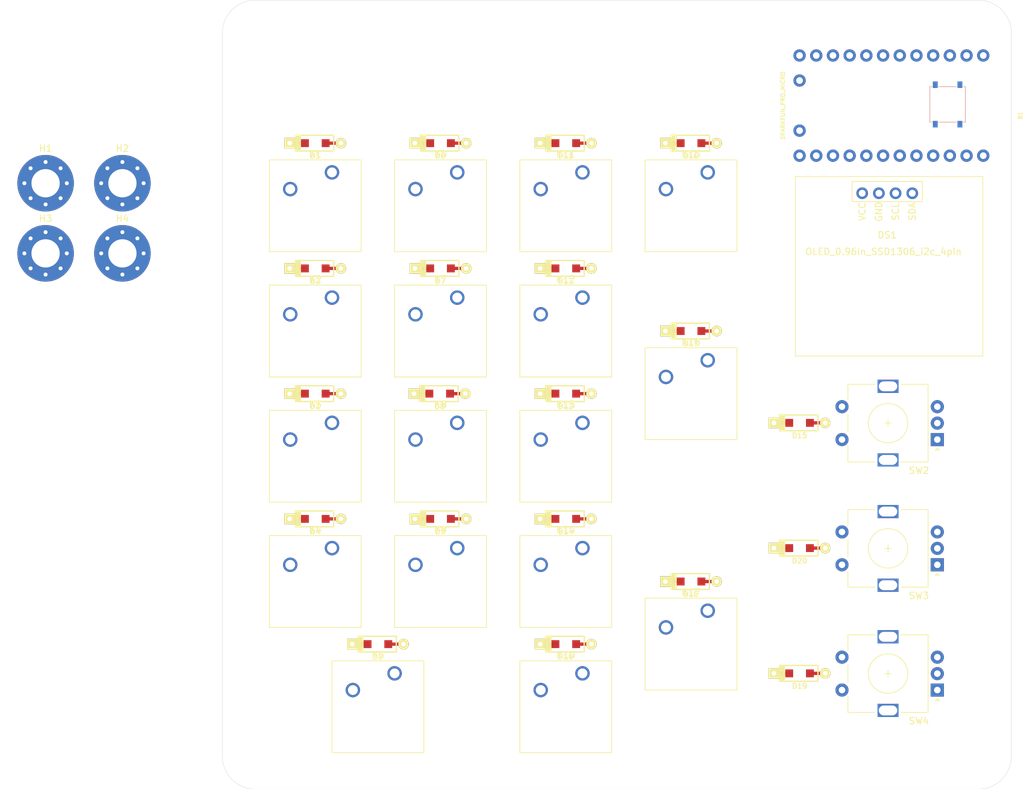
<source format=kicad_pcb>
(kicad_pcb (version 20171130) (host pcbnew "(5.1.4)-1")

  (general
    (thickness 1.6)
    (drawings 8)
    (tracks 0)
    (zones 0)
    (modules 47)
    (nets 40)
  )

  (page A4)
  (layers
    (0 F.Cu signal)
    (31 B.Cu signal)
    (32 B.Adhes user)
    (33 F.Adhes user)
    (34 B.Paste user)
    (35 F.Paste user)
    (36 B.SilkS user)
    (37 F.SilkS user)
    (38 B.Mask user)
    (39 F.Mask user)
    (40 Dwgs.User user)
    (41 Cmts.User user)
    (42 Eco1.User user)
    (43 Eco2.User user)
    (44 Edge.Cuts user)
    (45 Margin user)
    (46 B.CrtYd user)
    (47 F.CrtYd user)
    (48 B.Fab user)
    (49 F.Fab user)
  )

  (setup
    (last_trace_width 0.25)
    (trace_clearance 0.2)
    (zone_clearance 0.508)
    (zone_45_only no)
    (trace_min 0.2)
    (via_size 0.8)
    (via_drill 0.4)
    (via_min_size 0.4)
    (via_min_drill 0.3)
    (uvia_size 0.3)
    (uvia_drill 0.1)
    (uvias_allowed no)
    (uvia_min_size 0.2)
    (uvia_min_drill 0.1)
    (edge_width 0.05)
    (segment_width 0.2)
    (pcb_text_width 0.3)
    (pcb_text_size 1.5 1.5)
    (mod_edge_width 0.12)
    (mod_text_size 1 1)
    (mod_text_width 0.15)
    (pad_size 1.524 1.524)
    (pad_drill 0.762)
    (pad_to_mask_clearance 0.051)
    (aux_axis_origin 0 0)
    (grid_origin 100.171 56.3562)
    (visible_elements 7FFFF7FF)
    (pcbplotparams
      (layerselection 0x010fc_ffffffff)
      (usegerberextensions false)
      (usegerberattributes false)
      (usegerberadvancedattributes false)
      (creategerberjobfile false)
      (excludeedgelayer true)
      (linewidth 0.100000)
      (plotframeref false)
      (viasonmask false)
      (mode 1)
      (useauxorigin false)
      (hpglpennumber 1)
      (hpglpenspeed 20)
      (hpglpendiameter 15.000000)
      (psnegative false)
      (psa4output false)
      (plotreference true)
      (plotvalue true)
      (plotinvisibletext false)
      (padsonsilk false)
      (subtractmaskfromsilk false)
      (outputformat 1)
      (mirror false)
      (drillshape 1)
      (scaleselection 1)
      (outputdirectory ""))
  )

  (net 0 "")
  (net 1 GND)
  (net 2 /row0)
  (net 3 /row1)
  (net 4 /row3)
  (net 5 /row4)
  (net 6 /col3)
  (net 7 /col2)
  (net 8 /col1)
  (net 9 /col0)
  (net 10 VCC)
  (net 11 /SDA)
  (net 12 /SCL)
  (net 13 /RESET_SW)
  (net 14 "Net-(D9-Pad1)")
  (net 15 "Net-(D10-Pad1)")
  (net 16 "Net-(D11-Pad1)")
  (net 17 "Net-(D12-Pad1)")
  (net 18 "Net-(D13-Pad1)")
  (net 19 "Net-(D14-Pad1)")
  (net 20 "Net-(D16-Pad1)")
  (net 21 "Net-(D17-Pad1)")
  (net 22 "Net-(D18-Pad1)")
  (net 23 /encoder_B3)
  (net 24 /encoder_A3)
  (net 25 /encoder_A1)
  (net 26 /encoder_B1)
  (net 27 /encoder_A2)
  (net 28 /encoder_B2)
  (net 29 "Net-(D1-Pad1)")
  (net 30 "Net-(D2-Pad1)")
  (net 31 "Net-(D3-Pad1)")
  (net 32 "Net-(D4-Pad1)")
  (net 33 "Net-(D5-Pad1)")
  (net 34 "Net-(D6-Pad1)")
  (net 35 "Net-(D7-Pad1)")
  (net 36 "Net-(D8-Pad1)")
  (net 37 /encoder_S2B)
  (net 38 /encoder_S1B)
  (net 39 /encoder_S3B)

  (net_class Default "This is the default net class."
    (clearance 0.2)
    (trace_width 0.25)
    (via_dia 0.8)
    (via_drill 0.4)
    (uvia_dia 0.3)
    (uvia_drill 0.1)
    (add_net /RESET_SW)
    (add_net /SCL)
    (add_net /SDA)
    (add_net /col0)
    (add_net /col1)
    (add_net /col2)
    (add_net /col3)
    (add_net /encoder_A1)
    (add_net /encoder_A2)
    (add_net /encoder_A3)
    (add_net /encoder_B1)
    (add_net /encoder_B2)
    (add_net /encoder_B3)
    (add_net /encoder_S1B)
    (add_net /encoder_S2B)
    (add_net /encoder_S3B)
    (add_net /row0)
    (add_net /row1)
    (add_net /row3)
    (add_net /row4)
    (add_net GND)
    (add_net "Net-(D1-Pad1)")
    (add_net "Net-(D10-Pad1)")
    (add_net "Net-(D11-Pad1)")
    (add_net "Net-(D12-Pad1)")
    (add_net "Net-(D13-Pad1)")
    (add_net "Net-(D14-Pad1)")
    (add_net "Net-(D16-Pad1)")
    (add_net "Net-(D17-Pad1)")
    (add_net "Net-(D18-Pad1)")
    (add_net "Net-(D2-Pad1)")
    (add_net "Net-(D3-Pad1)")
    (add_net "Net-(D4-Pad1)")
    (add_net "Net-(D5-Pad1)")
    (add_net "Net-(D6-Pad1)")
    (add_net "Net-(D7-Pad1)")
    (add_net "Net-(D8-Pad1)")
    (add_net "Net-(D9-Pad1)")
    (add_net VCC)
  )

  (module SparkFun:SPARKFUN_PRO_MICRO locked (layer F.Cu) (tedit 5F2F7742) (tstamp 5F3ADEAF)
    (at 198.596 50.6412 270)
    (descr "SPARKFUN PRO MICO FOOTPRINT (WITH USB CONNECTOR)")
    (tags "SPARKFUN PRO MICO FOOTPRINT (WITH USB CONNECTOR)")
    (path /5F334F4C)
    (attr virtual)
    (fp_text reference B1 (at 1.524 -18.3388 90) (layer F.SilkS)
      (effects (font (size 0.6096 0.6096) (thickness 0.127)))
    )
    (fp_text value SPARKFUN_PRO_MICRO (at 0 17.78 90) (layer F.SilkS)
      (effects (font (size 0.6096 0.6096) (thickness 0.127)))
    )
    (fp_text user USB (at -0.0508 -16.9164 90) (layer Dwgs.User)
      (effects (font (size 0.8128 0.8128) (thickness 0.1524)))
    )
    (fp_line (start 3.81 -17.78) (end 3.81 -16.51) (layer Dwgs.User) (width 0.127))
    (fp_line (start -3.81 -17.78) (end 3.81 -17.78) (layer Dwgs.User) (width 0.127))
    (fp_line (start -3.81 -16.51) (end -3.81 -17.78) (layer Dwgs.User) (width 0.127))
    (fp_line (start 8.89 -16.51) (end -8.89 -16.51) (layer Dwgs.User) (width 0.127))
    (fp_line (start 8.89 16.51) (end 8.89 -16.51) (layer Dwgs.User) (width 0.127))
    (fp_line (start -8.89 16.51) (end 8.89 16.51) (layer Dwgs.User) (width 0.127))
    (fp_line (start -8.89 -16.51) (end -8.89 16.51) (layer Dwgs.User) (width 0.127))
    (pad 26 thru_hole circle (at 3.81 15.24 270) (size 1.8796 1.8796) (drill 1.016) (layers *.Cu *.Paste *.Mask)
      (net 23 /encoder_B3))
    (pad 25 thru_hole circle (at -3.81 15.24 270) (size 1.8796 1.8796) (drill 1.016) (layers *.Cu *.Paste *.Mask)
      (net 24 /encoder_A3))
    (pad 24 thru_hole circle (at 7.62 -12.7 270) (size 1.8796 1.8796) (drill 1.016) (layers *.Cu *.Paste *.Mask))
    (pad 23 thru_hole circle (at 7.62 -10.16 270) (size 1.8796 1.8796) (drill 1.016) (layers *.Cu *.Paste *.Mask)
      (net 1 GND))
    (pad 22 thru_hole circle (at 7.62 -7.62 270) (size 1.8796 1.8796) (drill 1.016) (layers *.Cu *.Paste *.Mask)
      (net 13 /RESET_SW))
    (pad 21 thru_hole circle (at 7.62 -5.08 270) (size 1.8796 1.8796) (drill 1.016) (layers *.Cu *.Paste *.Mask)
      (net 10 VCC))
    (pad 20 thru_hole circle (at 7.62 -2.54 270) (size 1.8796 1.8796) (drill 1.016) (layers *.Cu *.Paste *.Mask)
      (net 25 /encoder_A1))
    (pad 19 thru_hole circle (at 7.62 0 270) (size 1.8796 1.8796) (drill 1.016) (layers *.Cu *.Paste *.Mask)
      (net 26 /encoder_B1))
    (pad 18 thru_hole circle (at 7.62 2.54 270) (size 1.8796 1.8796) (drill 1.016) (layers *.Cu *.Paste *.Mask)
      (net 27 /encoder_A2))
    (pad 17 thru_hole circle (at 7.62 5.08 270) (size 1.8796 1.8796) (drill 1.016) (layers *.Cu *.Paste *.Mask)
      (net 28 /encoder_B2))
    (pad 16 thru_hole circle (at 7.62 7.62 270) (size 1.8796 1.8796) (drill 1.016) (layers *.Cu *.Paste *.Mask)
      (net 9 /col0))
    (pad 15 thru_hole circle (at 7.62 10.16 270) (size 1.8796 1.8796) (drill 1.016) (layers *.Cu *.Paste *.Mask)
      (net 8 /col1))
    (pad 14 thru_hole circle (at 7.62 12.7 270) (size 1.8796 1.8796) (drill 1.016) (layers *.Cu *.Paste *.Mask)
      (net 7 /col2))
    (pad 13 thru_hole circle (at 7.62 15.24 270) (size 1.8796 1.8796) (drill 1.016) (layers *.Cu *.Paste *.Mask)
      (net 6 /col3))
    (pad 12 thru_hole circle (at -7.62 15.24 270) (size 1.8796 1.8796) (drill 1.016) (layers *.Cu *.Paste *.Mask))
    (pad 11 thru_hole circle (at -7.62 12.7 270) (size 1.8796 1.8796) (drill 1.016) (layers *.Cu *.Paste *.Mask)
      (net 5 /row4))
    (pad 10 thru_hole circle (at -7.62 10.16 270) (size 1.8796 1.8796) (drill 1.016) (layers *.Cu *.Paste *.Mask)
      (net 4 /row3))
    (pad 9 thru_hole circle (at -7.62 7.62 270) (size 1.8796 1.8796) (drill 1.016) (layers *.Cu *.Paste *.Mask)
      (net 7 /col2))
    (pad 8 thru_hole circle (at -7.62 5.08 270) (size 1.8796 1.8796) (drill 1.016) (layers *.Cu *.Paste *.Mask)
      (net 3 /row1))
    (pad 7 thru_hole circle (at -7.62 2.54 270) (size 1.8796 1.8796) (drill 1.016) (layers *.Cu *.Paste *.Mask)
      (net 2 /row0))
    (pad 6 thru_hole circle (at -7.62 0 270) (size 1.8796 1.8796) (drill 1.016) (layers *.Cu *.Paste *.Mask)
      (net 12 /SCL))
    (pad 5 thru_hole circle (at -7.62 -2.54 270) (size 1.8796 1.8796) (drill 1.016) (layers *.Cu *.Paste *.Mask)
      (net 11 /SDA))
    (pad 4 thru_hole circle (at -7.62 -5.08 270) (size 1.8796 1.8796) (drill 1.016) (layers *.Cu *.Paste *.Mask)
      (net 1 GND))
    (pad 3 thru_hole circle (at -7.62 -7.62 270) (size 1.8796 1.8796) (drill 1.016) (layers *.Cu *.Paste *.Mask)
      (net 1 GND))
    (pad 2 thru_hole circle (at -7.62 -10.16 270) (size 1.8796 1.8796) (drill 1.016) (layers *.Cu *.Paste *.Mask))
    (pad 1 thru_hole circle (at -7.62 -12.7 270) (size 1.8796 1.8796) (drill 1.016) (layers *.Cu *.Paste *.Mask))
  )

  (module keyboard_parts:OLED_0.96in_SSD1306_i2c_4pin locked (layer F.Cu) (tedit 5F3A18A2) (tstamp 5F3BEA8B)
    (at 192.881 63.9762)
    (path /5F3C84E9)
    (fp_text reference DS1 (at 3.81 6.35) (layer F.SilkS)
      (effects (font (size 1 1) (thickness 0.15)))
    )
    (fp_text value OLED_0.96in_SSD1306_i2c_4pin (at 3.24 8.89) (layer F.SilkS)
      (effects (font (size 1 1) (thickness 0.15)))
    )
    (fp_line (start -10.16 -2.54) (end 18.34 -2.54) (layer F.SilkS) (width 0.12))
    (fp_line (start 18.34 -2.54) (end 18.34 24.76) (layer F.SilkS) (width 0.12))
    (fp_line (start 18.34 24.76) (end -10.16 24.76) (layer F.SilkS) (width 0.12))
    (fp_line (start -10.16 24.76) (end -10.16 -2.54) (layer F.SilkS) (width 0.12))
    (fp_text user VCC (at 0 2.794 90) (layer F.SilkS)
      (effects (font (size 1 1) (thickness 0.15)))
    )
    (fp_text user GND (at 2.54 2.794 270) (layer F.SilkS)
      (effects (font (size 1 1) (thickness 0.15)))
    )
    (fp_text user SCL (at 5.08 2.794 270) (layer F.SilkS)
      (effects (font (size 1 1) (thickness 0.15)))
    )
    (fp_text user SDA (at 7.62 2.794 270) (layer F.SilkS)
      (effects (font (size 1 1) (thickness 0.15)))
    )
    (fp_line (start 0 -1.778) (end -1.524 -1.778) (layer F.SilkS) (width 0.12))
    (fp_line (start -1.524 -1.778) (end -1.524 1.27) (layer F.SilkS) (width 0.12))
    (fp_line (start -1.524 1.27) (end 9.144 1.27) (layer F.SilkS) (width 0.12))
    (fp_line (start 9.144 1.27) (end 9.144 -1.778) (layer F.SilkS) (width 0.12))
    (fp_line (start 9.144 -1.778) (end 0 -1.778) (layer F.SilkS) (width 0.12))
    (pad 1 thru_hole circle (at 0 0) (size 1.778 1.778) (drill 1.05) (layers *.Cu *.Mask)
      (net 10 VCC))
    (pad 2 thru_hole circle (at 2.54 0) (size 1.778 1.778) (drill 1.05) (layers *.Cu *.Mask)
      (net 1 GND))
    (pad 3 thru_hole circle (at 5.08 0) (size 1.778 1.778) (drill 1.05) (layers *.Cu *.Mask)
      (net 12 /SCL))
    (pad 4 thru_hole circle (at 7.62 0) (size 1.778 1.778) (drill 1.05) (layers *.Cu *.Mask)
      (net 11 /SDA))
  )

  (module Button_Switch_Keyboard:SW_Cherry_MX_1.00u_PCB locked (layer F.Cu) (tedit 5A02FE24) (tstamp 5F3A9C73)
    (at 112.236 60.8012)
    (descr "Cherry MX keyswitch, 1.00u, PCB mount, http://cherryamericas.com/wp-content/uploads/2014/12/mx_cat.pdf")
    (tags "Cherry MX keyswitch 1.00u PCB")
    (path /5F1B9756)
    (fp_text reference K1 (at -2.54 -2.794) (layer F.SilkS)
      (effects (font (size 1 1) (thickness 0.15)))
    )
    (fp_text value KEYSW (at -2.54 12.954) (layer F.Fab)
      (effects (font (size 1 1) (thickness 0.15)))
    )
    (fp_line (start -9.525 12.065) (end -9.525 -1.905) (layer F.SilkS) (width 0.12))
    (fp_line (start 4.445 12.065) (end -9.525 12.065) (layer F.SilkS) (width 0.12))
    (fp_line (start 4.445 -1.905) (end 4.445 12.065) (layer F.SilkS) (width 0.12))
    (fp_line (start -9.525 -1.905) (end 4.445 -1.905) (layer F.SilkS) (width 0.12))
    (fp_line (start -12.065 14.605) (end -12.065 -4.445) (layer Dwgs.User) (width 0.15))
    (fp_line (start 6.985 14.605) (end -12.065 14.605) (layer Dwgs.User) (width 0.15))
    (fp_line (start 6.985 -4.445) (end 6.985 14.605) (layer Dwgs.User) (width 0.15))
    (fp_line (start -12.065 -4.445) (end 6.985 -4.445) (layer Dwgs.User) (width 0.15))
    (fp_line (start -9.14 -1.52) (end 4.06 -1.52) (layer F.CrtYd) (width 0.05))
    (fp_line (start 4.06 -1.52) (end 4.06 11.68) (layer F.CrtYd) (width 0.05))
    (fp_line (start 4.06 11.68) (end -9.14 11.68) (layer F.CrtYd) (width 0.05))
    (fp_line (start -9.14 11.68) (end -9.14 -1.52) (layer F.CrtYd) (width 0.05))
    (fp_line (start -8.89 11.43) (end -8.89 -1.27) (layer F.Fab) (width 0.1))
    (fp_line (start 3.81 11.43) (end -8.89 11.43) (layer F.Fab) (width 0.1))
    (fp_line (start 3.81 -1.27) (end 3.81 11.43) (layer F.Fab) (width 0.1))
    (fp_line (start -8.89 -1.27) (end 3.81 -1.27) (layer F.Fab) (width 0.1))
    (fp_text user %R (at -2.54 -2.794) (layer F.Fab)
      (effects (font (size 1 1) (thickness 0.15)))
    )
    (pad "" np_thru_hole circle (at 2.54 5.08) (size 1.7 1.7) (drill 1.7) (layers *.Cu *.Mask))
    (pad "" np_thru_hole circle (at -7.62 5.08) (size 1.7 1.7) (drill 1.7) (layers *.Cu *.Mask))
    (pad "" np_thru_hole circle (at -2.54 5.08) (size 4 4) (drill 4) (layers *.Cu *.Mask))
    (pad 2 thru_hole circle (at -6.35 2.54) (size 2.2 2.2) (drill 1.5) (layers *.Cu *.Mask)
      (net 29 "Net-(D1-Pad1)"))
    (pad 1 thru_hole circle (at 0 0) (size 2.2 2.2) (drill 1.5) (layers *.Cu *.Mask)
      (net 9 /col0))
    (model ${KISYS3DMOD}/Button_Switch_Keyboard.3dshapes/SW_Cherry_MX_1.00u_PCB.wrl
      (at (xyz 0 0 0))
      (scale (xyz 1 1 1))
      (rotate (xyz 0 0 0))
    )
  )

  (module Button_Switch_Keyboard:SW_Cherry_MX_1.00u_PCB locked (layer F.Cu) (tedit 5A02FE24) (tstamp 5F3A47DA)
    (at 112.236 79.8512)
    (descr "Cherry MX keyswitch, 1.00u, PCB mount, http://cherryamericas.com/wp-content/uploads/2014/12/mx_cat.pdf")
    (tags "Cherry MX keyswitch 1.00u PCB")
    (path /5F1BE12C)
    (fp_text reference K2 (at -2.54 -2.794) (layer F.SilkS)
      (effects (font (size 1 1) (thickness 0.15)))
    )
    (fp_text value KEYSW (at -2.54 12.954) (layer F.Fab)
      (effects (font (size 1 1) (thickness 0.15)))
    )
    (fp_text user %R (at -2.54 -2.794) (layer F.Fab)
      (effects (font (size 1 1) (thickness 0.15)))
    )
    (fp_line (start -8.89 -1.27) (end 3.81 -1.27) (layer F.Fab) (width 0.1))
    (fp_line (start 3.81 -1.27) (end 3.81 11.43) (layer F.Fab) (width 0.1))
    (fp_line (start 3.81 11.43) (end -8.89 11.43) (layer F.Fab) (width 0.1))
    (fp_line (start -8.89 11.43) (end -8.89 -1.27) (layer F.Fab) (width 0.1))
    (fp_line (start -9.14 11.68) (end -9.14 -1.52) (layer F.CrtYd) (width 0.05))
    (fp_line (start 4.06 11.68) (end -9.14 11.68) (layer F.CrtYd) (width 0.05))
    (fp_line (start 4.06 -1.52) (end 4.06 11.68) (layer F.CrtYd) (width 0.05))
    (fp_line (start -9.14 -1.52) (end 4.06 -1.52) (layer F.CrtYd) (width 0.05))
    (fp_line (start -12.065 -4.445) (end 6.985 -4.445) (layer Dwgs.User) (width 0.15))
    (fp_line (start 6.985 -4.445) (end 6.985 14.605) (layer Dwgs.User) (width 0.15))
    (fp_line (start 6.985 14.605) (end -12.065 14.605) (layer Dwgs.User) (width 0.15))
    (fp_line (start -12.065 14.605) (end -12.065 -4.445) (layer Dwgs.User) (width 0.15))
    (fp_line (start -9.525 -1.905) (end 4.445 -1.905) (layer F.SilkS) (width 0.12))
    (fp_line (start 4.445 -1.905) (end 4.445 12.065) (layer F.SilkS) (width 0.12))
    (fp_line (start 4.445 12.065) (end -9.525 12.065) (layer F.SilkS) (width 0.12))
    (fp_line (start -9.525 12.065) (end -9.525 -1.905) (layer F.SilkS) (width 0.12))
    (pad 1 thru_hole circle (at 0 0) (size 2.2 2.2) (drill 1.5) (layers *.Cu *.Mask)
      (net 9 /col0))
    (pad 2 thru_hole circle (at -6.35 2.54) (size 2.2 2.2) (drill 1.5) (layers *.Cu *.Mask)
      (net 30 "Net-(D2-Pad1)"))
    (pad "" np_thru_hole circle (at -2.54 5.08) (size 4 4) (drill 4) (layers *.Cu *.Mask))
    (pad "" np_thru_hole circle (at -7.62 5.08) (size 1.7 1.7) (drill 1.7) (layers *.Cu *.Mask))
    (pad "" np_thru_hole circle (at 2.54 5.08) (size 1.7 1.7) (drill 1.7) (layers *.Cu *.Mask))
    (model ${KISYS3DMOD}/Button_Switch_Keyboard.3dshapes/SW_Cherry_MX_1.00u_PCB.wrl
      (at (xyz 0 0 0))
      (scale (xyz 1 1 1))
      (rotate (xyz 0 0 0))
    )
  )

  (module Button_Switch_Keyboard:SW_Cherry_MX_1.00u_PCB locked (layer F.Cu) (tedit 5A02FE24) (tstamp 5F3A47F4)
    (at 112.236 98.9012)
    (descr "Cherry MX keyswitch, 1.00u, PCB mount, http://cherryamericas.com/wp-content/uploads/2014/12/mx_cat.pdf")
    (tags "Cherry MX keyswitch 1.00u PCB")
    (path /5F1C7125)
    (fp_text reference K3 (at -2.54 -2.794) (layer F.SilkS)
      (effects (font (size 1 1) (thickness 0.15)))
    )
    (fp_text value KEYSW (at -2.54 12.954) (layer F.Fab)
      (effects (font (size 1 1) (thickness 0.15)))
    )
    (fp_line (start -9.525 12.065) (end -9.525 -1.905) (layer F.SilkS) (width 0.12))
    (fp_line (start 4.445 12.065) (end -9.525 12.065) (layer F.SilkS) (width 0.12))
    (fp_line (start 4.445 -1.905) (end 4.445 12.065) (layer F.SilkS) (width 0.12))
    (fp_line (start -9.525 -1.905) (end 4.445 -1.905) (layer F.SilkS) (width 0.12))
    (fp_line (start -12.065 14.605) (end -12.065 -4.445) (layer Dwgs.User) (width 0.15))
    (fp_line (start 6.985 14.605) (end -12.065 14.605) (layer Dwgs.User) (width 0.15))
    (fp_line (start 6.985 -4.445) (end 6.985 14.605) (layer Dwgs.User) (width 0.15))
    (fp_line (start -12.065 -4.445) (end 6.985 -4.445) (layer Dwgs.User) (width 0.15))
    (fp_line (start -9.14 -1.52) (end 4.06 -1.52) (layer F.CrtYd) (width 0.05))
    (fp_line (start 4.06 -1.52) (end 4.06 11.68) (layer F.CrtYd) (width 0.05))
    (fp_line (start 4.06 11.68) (end -9.14 11.68) (layer F.CrtYd) (width 0.05))
    (fp_line (start -9.14 11.68) (end -9.14 -1.52) (layer F.CrtYd) (width 0.05))
    (fp_line (start -8.89 11.43) (end -8.89 -1.27) (layer F.Fab) (width 0.1))
    (fp_line (start 3.81 11.43) (end -8.89 11.43) (layer F.Fab) (width 0.1))
    (fp_line (start 3.81 -1.27) (end 3.81 11.43) (layer F.Fab) (width 0.1))
    (fp_line (start -8.89 -1.27) (end 3.81 -1.27) (layer F.Fab) (width 0.1))
    (fp_text user %R (at -2.54 -2.794) (layer F.Fab)
      (effects (font (size 1 1) (thickness 0.15)))
    )
    (pad "" np_thru_hole circle (at 2.54 5.08) (size 1.7 1.7) (drill 1.7) (layers *.Cu *.Mask))
    (pad "" np_thru_hole circle (at -7.62 5.08) (size 1.7 1.7) (drill 1.7) (layers *.Cu *.Mask))
    (pad "" np_thru_hole circle (at -2.54 5.08) (size 4 4) (drill 4) (layers *.Cu *.Mask))
    (pad 2 thru_hole circle (at -6.35 2.54) (size 2.2 2.2) (drill 1.5) (layers *.Cu *.Mask)
      (net 31 "Net-(D3-Pad1)"))
    (pad 1 thru_hole circle (at 0 0) (size 2.2 2.2) (drill 1.5) (layers *.Cu *.Mask)
      (net 9 /col0))
    (model ${KISYS3DMOD}/Button_Switch_Keyboard.3dshapes/SW_Cherry_MX_1.00u_PCB.wrl
      (at (xyz 0 0 0))
      (scale (xyz 1 1 1))
      (rotate (xyz 0 0 0))
    )
  )

  (module Button_Switch_Keyboard:SW_Cherry_MX_1.00u_PCB locked (layer F.Cu) (tedit 5A02FE24) (tstamp 5F3A480E)
    (at 112.236 117.951)
    (descr "Cherry MX keyswitch, 1.00u, PCB mount, http://cherryamericas.com/wp-content/uploads/2014/12/mx_cat.pdf")
    (tags "Cherry MX keyswitch 1.00u PCB")
    (path /5F1C7133)
    (fp_text reference K4 (at -2.54 -2.794) (layer F.SilkS)
      (effects (font (size 1 1) (thickness 0.15)))
    )
    (fp_text value KEYSW (at -2.54 12.954) (layer F.Fab)
      (effects (font (size 1 1) (thickness 0.15)))
    )
    (fp_text user %R (at -2.54 -2.794) (layer F.Fab)
      (effects (font (size 1 1) (thickness 0.15)))
    )
    (fp_line (start -8.89 -1.27) (end 3.81 -1.27) (layer F.Fab) (width 0.1))
    (fp_line (start 3.81 -1.27) (end 3.81 11.43) (layer F.Fab) (width 0.1))
    (fp_line (start 3.81 11.43) (end -8.89 11.43) (layer F.Fab) (width 0.1))
    (fp_line (start -8.89 11.43) (end -8.89 -1.27) (layer F.Fab) (width 0.1))
    (fp_line (start -9.14 11.68) (end -9.14 -1.52) (layer F.CrtYd) (width 0.05))
    (fp_line (start 4.06 11.68) (end -9.14 11.68) (layer F.CrtYd) (width 0.05))
    (fp_line (start 4.06 -1.52) (end 4.06 11.68) (layer F.CrtYd) (width 0.05))
    (fp_line (start -9.14 -1.52) (end 4.06 -1.52) (layer F.CrtYd) (width 0.05))
    (fp_line (start -12.065 -4.445) (end 6.985 -4.445) (layer Dwgs.User) (width 0.15))
    (fp_line (start 6.985 -4.445) (end 6.985 14.605) (layer Dwgs.User) (width 0.15))
    (fp_line (start 6.985 14.605) (end -12.065 14.605) (layer Dwgs.User) (width 0.15))
    (fp_line (start -12.065 14.605) (end -12.065 -4.445) (layer Dwgs.User) (width 0.15))
    (fp_line (start -9.525 -1.905) (end 4.445 -1.905) (layer F.SilkS) (width 0.12))
    (fp_line (start 4.445 -1.905) (end 4.445 12.065) (layer F.SilkS) (width 0.12))
    (fp_line (start 4.445 12.065) (end -9.525 12.065) (layer F.SilkS) (width 0.12))
    (fp_line (start -9.525 12.065) (end -9.525 -1.905) (layer F.SilkS) (width 0.12))
    (pad 1 thru_hole circle (at 0 0) (size 2.2 2.2) (drill 1.5) (layers *.Cu *.Mask)
      (net 9 /col0))
    (pad 2 thru_hole circle (at -6.35 2.54) (size 2.2 2.2) (drill 1.5) (layers *.Cu *.Mask)
      (net 32 "Net-(D4-Pad1)"))
    (pad "" np_thru_hole circle (at -2.54 5.08) (size 4 4) (drill 4) (layers *.Cu *.Mask))
    (pad "" np_thru_hole circle (at -7.62 5.08) (size 1.7 1.7) (drill 1.7) (layers *.Cu *.Mask))
    (pad "" np_thru_hole circle (at 2.54 5.08) (size 1.7 1.7) (drill 1.7) (layers *.Cu *.Mask))
    (model ${KISYS3DMOD}/Button_Switch_Keyboard.3dshapes/SW_Cherry_MX_1.00u_PCB.wrl
      (at (xyz 0 0 0))
      (scale (xyz 1 1 1))
      (rotate (xyz 0 0 0))
    )
  )

  (module Button_Switch_Keyboard:SW_Cherry_MX_1.00u_PCB locked (layer F.Cu) (tedit 5A02FE24) (tstamp 5F3A4828)
    (at 121.761 137.001)
    (descr "Cherry MX keyswitch, 1.00u, PCB mount, http://cherryamericas.com/wp-content/uploads/2014/12/mx_cat.pdf")
    (tags "Cherry MX keyswitch 1.00u PCB")
    (path /5F1CD4BE)
    (fp_text reference K5 (at -2.54 -2.794) (layer F.SilkS)
      (effects (font (size 1 1) (thickness 0.15)))
    )
    (fp_text value KEYSW (at -2.54 12.954) (layer F.Fab)
      (effects (font (size 1 1) (thickness 0.15)))
    )
    (fp_line (start -9.525 12.065) (end -9.525 -1.905) (layer F.SilkS) (width 0.12))
    (fp_line (start 4.445 12.065) (end -9.525 12.065) (layer F.SilkS) (width 0.12))
    (fp_line (start 4.445 -1.905) (end 4.445 12.065) (layer F.SilkS) (width 0.12))
    (fp_line (start -9.525 -1.905) (end 4.445 -1.905) (layer F.SilkS) (width 0.12))
    (fp_line (start -12.065 14.605) (end -12.065 -4.445) (layer Dwgs.User) (width 0.15))
    (fp_line (start 6.985 14.605) (end -12.065 14.605) (layer Dwgs.User) (width 0.15))
    (fp_line (start 6.985 -4.445) (end 6.985 14.605) (layer Dwgs.User) (width 0.15))
    (fp_line (start -12.065 -4.445) (end 6.985 -4.445) (layer Dwgs.User) (width 0.15))
    (fp_line (start -9.14 -1.52) (end 4.06 -1.52) (layer F.CrtYd) (width 0.05))
    (fp_line (start 4.06 -1.52) (end 4.06 11.68) (layer F.CrtYd) (width 0.05))
    (fp_line (start 4.06 11.68) (end -9.14 11.68) (layer F.CrtYd) (width 0.05))
    (fp_line (start -9.14 11.68) (end -9.14 -1.52) (layer F.CrtYd) (width 0.05))
    (fp_line (start -8.89 11.43) (end -8.89 -1.27) (layer F.Fab) (width 0.1))
    (fp_line (start 3.81 11.43) (end -8.89 11.43) (layer F.Fab) (width 0.1))
    (fp_line (start 3.81 -1.27) (end 3.81 11.43) (layer F.Fab) (width 0.1))
    (fp_line (start -8.89 -1.27) (end 3.81 -1.27) (layer F.Fab) (width 0.1))
    (fp_text user %R (at -2.54 -2.794) (layer F.Fab)
      (effects (font (size 1 1) (thickness 0.15)))
    )
    (pad "" np_thru_hole circle (at 2.54 5.08) (size 1.7 1.7) (drill 1.7) (layers *.Cu *.Mask))
    (pad "" np_thru_hole circle (at -7.62 5.08) (size 1.7 1.7) (drill 1.7) (layers *.Cu *.Mask))
    (pad "" np_thru_hole circle (at -2.54 5.08) (size 4 4) (drill 4) (layers *.Cu *.Mask))
    (pad 2 thru_hole circle (at -6.35 2.54) (size 2.2 2.2) (drill 1.5) (layers *.Cu *.Mask)
      (net 33 "Net-(D5-Pad1)"))
    (pad 1 thru_hole circle (at 0 0) (size 2.2 2.2) (drill 1.5) (layers *.Cu *.Mask)
      (net 9 /col0))
    (model ${KISYS3DMOD}/Button_Switch_Keyboard.3dshapes/SW_Cherry_MX_1.00u_PCB.wrl
      (at (xyz 0 0 0))
      (scale (xyz 1 1 1))
      (rotate (xyz 0 0 0))
    )
  )

  (module Button_Switch_Keyboard:SW_Cherry_MX_1.00u_PCB locked (layer F.Cu) (tedit 5A02FE24) (tstamp 5F3A4842)
    (at 131.286 60.8012)
    (descr "Cherry MX keyswitch, 1.00u, PCB mount, http://cherryamericas.com/wp-content/uploads/2014/12/mx_cat.pdf")
    (tags "Cherry MX keyswitch 1.00u PCB")
    (path /5F1D5D26)
    (fp_text reference K6 (at -2.54 -2.794) (layer F.SilkS)
      (effects (font (size 1 1) (thickness 0.15)))
    )
    (fp_text value KEYSW (at -2.54 12.954) (layer F.Fab)
      (effects (font (size 1 1) (thickness 0.15)))
    )
    (fp_text user %R (at -2.54 -2.794) (layer F.Fab)
      (effects (font (size 1 1) (thickness 0.15)))
    )
    (fp_line (start -8.89 -1.27) (end 3.81 -1.27) (layer F.Fab) (width 0.1))
    (fp_line (start 3.81 -1.27) (end 3.81 11.43) (layer F.Fab) (width 0.1))
    (fp_line (start 3.81 11.43) (end -8.89 11.43) (layer F.Fab) (width 0.1))
    (fp_line (start -8.89 11.43) (end -8.89 -1.27) (layer F.Fab) (width 0.1))
    (fp_line (start -9.14 11.68) (end -9.14 -1.52) (layer F.CrtYd) (width 0.05))
    (fp_line (start 4.06 11.68) (end -9.14 11.68) (layer F.CrtYd) (width 0.05))
    (fp_line (start 4.06 -1.52) (end 4.06 11.68) (layer F.CrtYd) (width 0.05))
    (fp_line (start -9.14 -1.52) (end 4.06 -1.52) (layer F.CrtYd) (width 0.05))
    (fp_line (start -12.065 -4.445) (end 6.985 -4.445) (layer Dwgs.User) (width 0.15))
    (fp_line (start 6.985 -4.445) (end 6.985 14.605) (layer Dwgs.User) (width 0.15))
    (fp_line (start 6.985 14.605) (end -12.065 14.605) (layer Dwgs.User) (width 0.15))
    (fp_line (start -12.065 14.605) (end -12.065 -4.445) (layer Dwgs.User) (width 0.15))
    (fp_line (start -9.525 -1.905) (end 4.445 -1.905) (layer F.SilkS) (width 0.12))
    (fp_line (start 4.445 -1.905) (end 4.445 12.065) (layer F.SilkS) (width 0.12))
    (fp_line (start 4.445 12.065) (end -9.525 12.065) (layer F.SilkS) (width 0.12))
    (fp_line (start -9.525 12.065) (end -9.525 -1.905) (layer F.SilkS) (width 0.12))
    (pad 1 thru_hole circle (at 0 0) (size 2.2 2.2) (drill 1.5) (layers *.Cu *.Mask)
      (net 8 /col1))
    (pad 2 thru_hole circle (at -6.35 2.54) (size 2.2 2.2) (drill 1.5) (layers *.Cu *.Mask)
      (net 34 "Net-(D6-Pad1)"))
    (pad "" np_thru_hole circle (at -2.54 5.08) (size 4 4) (drill 4) (layers *.Cu *.Mask))
    (pad "" np_thru_hole circle (at -7.62 5.08) (size 1.7 1.7) (drill 1.7) (layers *.Cu *.Mask))
    (pad "" np_thru_hole circle (at 2.54 5.08) (size 1.7 1.7) (drill 1.7) (layers *.Cu *.Mask))
    (model ${KISYS3DMOD}/Button_Switch_Keyboard.3dshapes/SW_Cherry_MX_1.00u_PCB.wrl
      (at (xyz 0 0 0))
      (scale (xyz 1 1 1))
      (rotate (xyz 0 0 0))
    )
  )

  (module Button_Switch_Keyboard:SW_Cherry_MX_1.00u_PCB locked (layer F.Cu) (tedit 5A02FE24) (tstamp 5F3A485C)
    (at 131.286 79.8512)
    (descr "Cherry MX keyswitch, 1.00u, PCB mount, http://cherryamericas.com/wp-content/uploads/2014/12/mx_cat.pdf")
    (tags "Cherry MX keyswitch 1.00u PCB")
    (path /5F1D5D34)
    (fp_text reference K7 (at -2.54 -2.794) (layer F.SilkS)
      (effects (font (size 1 1) (thickness 0.15)))
    )
    (fp_text value KEYSW (at -2.54 12.954) (layer F.Fab)
      (effects (font (size 1 1) (thickness 0.15)))
    )
    (fp_line (start -9.525 12.065) (end -9.525 -1.905) (layer F.SilkS) (width 0.12))
    (fp_line (start 4.445 12.065) (end -9.525 12.065) (layer F.SilkS) (width 0.12))
    (fp_line (start 4.445 -1.905) (end 4.445 12.065) (layer F.SilkS) (width 0.12))
    (fp_line (start -9.525 -1.905) (end 4.445 -1.905) (layer F.SilkS) (width 0.12))
    (fp_line (start -12.065 14.605) (end -12.065 -4.445) (layer Dwgs.User) (width 0.15))
    (fp_line (start 6.985 14.605) (end -12.065 14.605) (layer Dwgs.User) (width 0.15))
    (fp_line (start 6.985 -4.445) (end 6.985 14.605) (layer Dwgs.User) (width 0.15))
    (fp_line (start -12.065 -4.445) (end 6.985 -4.445) (layer Dwgs.User) (width 0.15))
    (fp_line (start -9.14 -1.52) (end 4.06 -1.52) (layer F.CrtYd) (width 0.05))
    (fp_line (start 4.06 -1.52) (end 4.06 11.68) (layer F.CrtYd) (width 0.05))
    (fp_line (start 4.06 11.68) (end -9.14 11.68) (layer F.CrtYd) (width 0.05))
    (fp_line (start -9.14 11.68) (end -9.14 -1.52) (layer F.CrtYd) (width 0.05))
    (fp_line (start -8.89 11.43) (end -8.89 -1.27) (layer F.Fab) (width 0.1))
    (fp_line (start 3.81 11.43) (end -8.89 11.43) (layer F.Fab) (width 0.1))
    (fp_line (start 3.81 -1.27) (end 3.81 11.43) (layer F.Fab) (width 0.1))
    (fp_line (start -8.89 -1.27) (end 3.81 -1.27) (layer F.Fab) (width 0.1))
    (fp_text user %R (at -2.54 -2.794) (layer F.Fab)
      (effects (font (size 1 1) (thickness 0.15)))
    )
    (pad "" np_thru_hole circle (at 2.54 5.08) (size 1.7 1.7) (drill 1.7) (layers *.Cu *.Mask))
    (pad "" np_thru_hole circle (at -7.62 5.08) (size 1.7 1.7) (drill 1.7) (layers *.Cu *.Mask))
    (pad "" np_thru_hole circle (at -2.54 5.08) (size 4 4) (drill 4) (layers *.Cu *.Mask))
    (pad 2 thru_hole circle (at -6.35 2.54) (size 2.2 2.2) (drill 1.5) (layers *.Cu *.Mask)
      (net 35 "Net-(D7-Pad1)"))
    (pad 1 thru_hole circle (at 0 0) (size 2.2 2.2) (drill 1.5) (layers *.Cu *.Mask)
      (net 8 /col1))
    (model ${KISYS3DMOD}/Button_Switch_Keyboard.3dshapes/SW_Cherry_MX_1.00u_PCB.wrl
      (at (xyz 0 0 0))
      (scale (xyz 1 1 1))
      (rotate (xyz 0 0 0))
    )
  )

  (module Button_Switch_Keyboard:SW_Cherry_MX_1.00u_PCB locked (layer F.Cu) (tedit 5A02FE24) (tstamp 5F3A4876)
    (at 131.286 98.9012)
    (descr "Cherry MX keyswitch, 1.00u, PCB mount, http://cherryamericas.com/wp-content/uploads/2014/12/mx_cat.pdf")
    (tags "Cherry MX keyswitch 1.00u PCB")
    (path /5F1D5D42)
    (fp_text reference K8 (at -2.54 -2.794) (layer F.SilkS)
      (effects (font (size 1 1) (thickness 0.15)))
    )
    (fp_text value KEYSW (at -2.54 12.954) (layer F.Fab)
      (effects (font (size 1 1) (thickness 0.15)))
    )
    (fp_text user %R (at -2.54 -2.794) (layer F.Fab)
      (effects (font (size 1 1) (thickness 0.15)))
    )
    (fp_line (start -8.89 -1.27) (end 3.81 -1.27) (layer F.Fab) (width 0.1))
    (fp_line (start 3.81 -1.27) (end 3.81 11.43) (layer F.Fab) (width 0.1))
    (fp_line (start 3.81 11.43) (end -8.89 11.43) (layer F.Fab) (width 0.1))
    (fp_line (start -8.89 11.43) (end -8.89 -1.27) (layer F.Fab) (width 0.1))
    (fp_line (start -9.14 11.68) (end -9.14 -1.52) (layer F.CrtYd) (width 0.05))
    (fp_line (start 4.06 11.68) (end -9.14 11.68) (layer F.CrtYd) (width 0.05))
    (fp_line (start 4.06 -1.52) (end 4.06 11.68) (layer F.CrtYd) (width 0.05))
    (fp_line (start -9.14 -1.52) (end 4.06 -1.52) (layer F.CrtYd) (width 0.05))
    (fp_line (start -12.065 -4.445) (end 6.985 -4.445) (layer Dwgs.User) (width 0.15))
    (fp_line (start 6.985 -4.445) (end 6.985 14.605) (layer Dwgs.User) (width 0.15))
    (fp_line (start 6.985 14.605) (end -12.065 14.605) (layer Dwgs.User) (width 0.15))
    (fp_line (start -12.065 14.605) (end -12.065 -4.445) (layer Dwgs.User) (width 0.15))
    (fp_line (start -9.525 -1.905) (end 4.445 -1.905) (layer F.SilkS) (width 0.12))
    (fp_line (start 4.445 -1.905) (end 4.445 12.065) (layer F.SilkS) (width 0.12))
    (fp_line (start 4.445 12.065) (end -9.525 12.065) (layer F.SilkS) (width 0.12))
    (fp_line (start -9.525 12.065) (end -9.525 -1.905) (layer F.SilkS) (width 0.12))
    (pad 1 thru_hole circle (at 0 0) (size 2.2 2.2) (drill 1.5) (layers *.Cu *.Mask)
      (net 8 /col1))
    (pad 2 thru_hole circle (at -6.35 2.54) (size 2.2 2.2) (drill 1.5) (layers *.Cu *.Mask)
      (net 36 "Net-(D8-Pad1)"))
    (pad "" np_thru_hole circle (at -2.54 5.08) (size 4 4) (drill 4) (layers *.Cu *.Mask))
    (pad "" np_thru_hole circle (at -7.62 5.08) (size 1.7 1.7) (drill 1.7) (layers *.Cu *.Mask))
    (pad "" np_thru_hole circle (at 2.54 5.08) (size 1.7 1.7) (drill 1.7) (layers *.Cu *.Mask))
    (model ${KISYS3DMOD}/Button_Switch_Keyboard.3dshapes/SW_Cherry_MX_1.00u_PCB.wrl
      (at (xyz 0 0 0))
      (scale (xyz 1 1 1))
      (rotate (xyz 0 0 0))
    )
  )

  (module Button_Switch_Keyboard:SW_Cherry_MX_1.00u_PCB locked (layer F.Cu) (tedit 5A02FE24) (tstamp 5F3ADF58)
    (at 131.286 117.951)
    (descr "Cherry MX keyswitch, 1.00u, PCB mount, http://cherryamericas.com/wp-content/uploads/2014/12/mx_cat.pdf")
    (tags "Cherry MX keyswitch 1.00u PCB")
    (path /5F1D5D50)
    (fp_text reference K9 (at -2.54 -2.794) (layer F.SilkS)
      (effects (font (size 1 1) (thickness 0.15)))
    )
    (fp_text value KEYSW (at -2.54 12.954) (layer F.Fab)
      (effects (font (size 1 1) (thickness 0.15)))
    )
    (fp_line (start -9.525 12.065) (end -9.525 -1.905) (layer F.SilkS) (width 0.12))
    (fp_line (start 4.445 12.065) (end -9.525 12.065) (layer F.SilkS) (width 0.12))
    (fp_line (start 4.445 -1.905) (end 4.445 12.065) (layer F.SilkS) (width 0.12))
    (fp_line (start -9.525 -1.905) (end 4.445 -1.905) (layer F.SilkS) (width 0.12))
    (fp_line (start -12.065 14.605) (end -12.065 -4.445) (layer Dwgs.User) (width 0.15))
    (fp_line (start 6.985 14.605) (end -12.065 14.605) (layer Dwgs.User) (width 0.15))
    (fp_line (start 6.985 -4.445) (end 6.985 14.605) (layer Dwgs.User) (width 0.15))
    (fp_line (start -12.065 -4.445) (end 6.985 -4.445) (layer Dwgs.User) (width 0.15))
    (fp_line (start -9.14 -1.52) (end 4.06 -1.52) (layer F.CrtYd) (width 0.05))
    (fp_line (start 4.06 -1.52) (end 4.06 11.68) (layer F.CrtYd) (width 0.05))
    (fp_line (start 4.06 11.68) (end -9.14 11.68) (layer F.CrtYd) (width 0.05))
    (fp_line (start -9.14 11.68) (end -9.14 -1.52) (layer F.CrtYd) (width 0.05))
    (fp_line (start -8.89 11.43) (end -8.89 -1.27) (layer F.Fab) (width 0.1))
    (fp_line (start 3.81 11.43) (end -8.89 11.43) (layer F.Fab) (width 0.1))
    (fp_line (start 3.81 -1.27) (end 3.81 11.43) (layer F.Fab) (width 0.1))
    (fp_line (start -8.89 -1.27) (end 3.81 -1.27) (layer F.Fab) (width 0.1))
    (fp_text user %R (at -2.54 -2.794) (layer F.Fab)
      (effects (font (size 1 1) (thickness 0.15)))
    )
    (pad "" np_thru_hole circle (at 2.54 5.08) (size 1.7 1.7) (drill 1.7) (layers *.Cu *.Mask))
    (pad "" np_thru_hole circle (at -7.62 5.08) (size 1.7 1.7) (drill 1.7) (layers *.Cu *.Mask))
    (pad "" np_thru_hole circle (at -2.54 5.08) (size 4 4) (drill 4) (layers *.Cu *.Mask))
    (pad 2 thru_hole circle (at -6.35 2.54) (size 2.2 2.2) (drill 1.5) (layers *.Cu *.Mask)
      (net 14 "Net-(D9-Pad1)"))
    (pad 1 thru_hole circle (at 0 0) (size 2.2 2.2) (drill 1.5) (layers *.Cu *.Mask)
      (net 8 /col1))
    (model ${KISYS3DMOD}/Button_Switch_Keyboard.3dshapes/SW_Cherry_MX_1.00u_PCB.wrl
      (at (xyz 0 0 0))
      (scale (xyz 1 1 1))
      (rotate (xyz 0 0 0))
    )
  )

  (module Button_Switch_Keyboard:SW_Cherry_MX_1.00u_PCB locked (layer F.Cu) (tedit 5A02FE24) (tstamp 5F3A48AA)
    (at 150.336 137.001)
    (descr "Cherry MX keyswitch, 1.00u, PCB mount, http://cherryamericas.com/wp-content/uploads/2014/12/mx_cat.pdf")
    (tags "Cherry MX keyswitch 1.00u PCB")
    (path /5F1D5D5E)
    (fp_text reference K10 (at -2.54 -2.794) (layer F.SilkS)
      (effects (font (size 1 1) (thickness 0.15)))
    )
    (fp_text value KEYSW (at -2.54 12.954) (layer F.Fab)
      (effects (font (size 1 1) (thickness 0.15)))
    )
    (fp_text user %R (at -2.54 -2.794) (layer F.Fab)
      (effects (font (size 1 1) (thickness 0.15)))
    )
    (fp_line (start -8.89 -1.27) (end 3.81 -1.27) (layer F.Fab) (width 0.1))
    (fp_line (start 3.81 -1.27) (end 3.81 11.43) (layer F.Fab) (width 0.1))
    (fp_line (start 3.81 11.43) (end -8.89 11.43) (layer F.Fab) (width 0.1))
    (fp_line (start -8.89 11.43) (end -8.89 -1.27) (layer F.Fab) (width 0.1))
    (fp_line (start -9.14 11.68) (end -9.14 -1.52) (layer F.CrtYd) (width 0.05))
    (fp_line (start 4.06 11.68) (end -9.14 11.68) (layer F.CrtYd) (width 0.05))
    (fp_line (start 4.06 -1.52) (end 4.06 11.68) (layer F.CrtYd) (width 0.05))
    (fp_line (start -9.14 -1.52) (end 4.06 -1.52) (layer F.CrtYd) (width 0.05))
    (fp_line (start -12.065 -4.445) (end 6.985 -4.445) (layer Dwgs.User) (width 0.15))
    (fp_line (start 6.985 -4.445) (end 6.985 14.605) (layer Dwgs.User) (width 0.15))
    (fp_line (start 6.985 14.605) (end -12.065 14.605) (layer Dwgs.User) (width 0.15))
    (fp_line (start -12.065 14.605) (end -12.065 -4.445) (layer Dwgs.User) (width 0.15))
    (fp_line (start -9.525 -1.905) (end 4.445 -1.905) (layer F.SilkS) (width 0.12))
    (fp_line (start 4.445 -1.905) (end 4.445 12.065) (layer F.SilkS) (width 0.12))
    (fp_line (start 4.445 12.065) (end -9.525 12.065) (layer F.SilkS) (width 0.12))
    (fp_line (start -9.525 12.065) (end -9.525 -1.905) (layer F.SilkS) (width 0.12))
    (pad 1 thru_hole circle (at 0 0) (size 2.2 2.2) (drill 1.5) (layers *.Cu *.Mask)
      (net 8 /col1))
    (pad 2 thru_hole circle (at -6.35 2.54) (size 2.2 2.2) (drill 1.5) (layers *.Cu *.Mask)
      (net 15 "Net-(D10-Pad1)"))
    (pad "" np_thru_hole circle (at -2.54 5.08) (size 4 4) (drill 4) (layers *.Cu *.Mask))
    (pad "" np_thru_hole circle (at -7.62 5.08) (size 1.7 1.7) (drill 1.7) (layers *.Cu *.Mask))
    (pad "" np_thru_hole circle (at 2.54 5.08) (size 1.7 1.7) (drill 1.7) (layers *.Cu *.Mask))
    (model ${KISYS3DMOD}/Button_Switch_Keyboard.3dshapes/SW_Cherry_MX_1.00u_PCB.wrl
      (at (xyz 0 0 0))
      (scale (xyz 1 1 1))
      (rotate (xyz 0 0 0))
    )
  )

  (module Button_Switch_Keyboard:SW_Cherry_MX_1.00u_PCB locked (layer F.Cu) (tedit 5A02FE24) (tstamp 5F3A575A)
    (at 150.336 60.8012)
    (descr "Cherry MX keyswitch, 1.00u, PCB mount, http://cherryamericas.com/wp-content/uploads/2014/12/mx_cat.pdf")
    (tags "Cherry MX keyswitch 1.00u PCB")
    (path /5F20AF85)
    (fp_text reference K11 (at -2.54 -2.794) (layer F.SilkS)
      (effects (font (size 1 1) (thickness 0.15)))
    )
    (fp_text value KEYSW (at -2.54 12.954) (layer F.Fab)
      (effects (font (size 1 1) (thickness 0.15)))
    )
    (fp_line (start -9.525 12.065) (end -9.525 -1.905) (layer F.SilkS) (width 0.12))
    (fp_line (start 4.445 12.065) (end -9.525 12.065) (layer F.SilkS) (width 0.12))
    (fp_line (start 4.445 -1.905) (end 4.445 12.065) (layer F.SilkS) (width 0.12))
    (fp_line (start -9.525 -1.905) (end 4.445 -1.905) (layer F.SilkS) (width 0.12))
    (fp_line (start -12.065 14.605) (end -12.065 -4.445) (layer Dwgs.User) (width 0.15))
    (fp_line (start 6.985 14.605) (end -12.065 14.605) (layer Dwgs.User) (width 0.15))
    (fp_line (start 6.985 -4.445) (end 6.985 14.605) (layer Dwgs.User) (width 0.15))
    (fp_line (start -12.065 -4.445) (end 6.985 -4.445) (layer Dwgs.User) (width 0.15))
    (fp_line (start -9.14 -1.52) (end 4.06 -1.52) (layer F.CrtYd) (width 0.05))
    (fp_line (start 4.06 -1.52) (end 4.06 11.68) (layer F.CrtYd) (width 0.05))
    (fp_line (start 4.06 11.68) (end -9.14 11.68) (layer F.CrtYd) (width 0.05))
    (fp_line (start -9.14 11.68) (end -9.14 -1.52) (layer F.CrtYd) (width 0.05))
    (fp_line (start -8.89 11.43) (end -8.89 -1.27) (layer F.Fab) (width 0.1))
    (fp_line (start 3.81 11.43) (end -8.89 11.43) (layer F.Fab) (width 0.1))
    (fp_line (start 3.81 -1.27) (end 3.81 11.43) (layer F.Fab) (width 0.1))
    (fp_line (start -8.89 -1.27) (end 3.81 -1.27) (layer F.Fab) (width 0.1))
    (fp_text user %R (at -2.54 -2.794) (layer F.Fab)
      (effects (font (size 1 1) (thickness 0.15)))
    )
    (pad "" np_thru_hole circle (at 2.54 5.08) (size 1.7 1.7) (drill 1.7) (layers *.Cu *.Mask))
    (pad "" np_thru_hole circle (at -7.62 5.08) (size 1.7 1.7) (drill 1.7) (layers *.Cu *.Mask))
    (pad "" np_thru_hole circle (at -2.54 5.08) (size 4 4) (drill 4) (layers *.Cu *.Mask))
    (pad 2 thru_hole circle (at -6.35 2.54) (size 2.2 2.2) (drill 1.5) (layers *.Cu *.Mask)
      (net 16 "Net-(D11-Pad1)"))
    (pad 1 thru_hole circle (at 0 0) (size 2.2 2.2) (drill 1.5) (layers *.Cu *.Mask)
      (net 7 /col2))
    (model ${KISYS3DMOD}/Button_Switch_Keyboard.3dshapes/SW_Cherry_MX_1.00u_PCB.wrl
      (at (xyz 0 0 0))
      (scale (xyz 1 1 1))
      (rotate (xyz 0 0 0))
    )
  )

  (module Button_Switch_Keyboard:SW_Cherry_MX_1.00u_PCB locked (layer F.Cu) (tedit 5A02FE24) (tstamp 5F3A48DE)
    (at 150.336 79.8512)
    (descr "Cherry MX keyswitch, 1.00u, PCB mount, http://cherryamericas.com/wp-content/uploads/2014/12/mx_cat.pdf")
    (tags "Cherry MX keyswitch 1.00u PCB")
    (path /5F20AF93)
    (fp_text reference K12 (at -2.54 -2.794) (layer F.SilkS)
      (effects (font (size 1 1) (thickness 0.15)))
    )
    (fp_text value KEYSW (at -2.54 12.954) (layer F.Fab)
      (effects (font (size 1 1) (thickness 0.15)))
    )
    (fp_text user %R (at -2.54 -2.794) (layer F.Fab)
      (effects (font (size 1 1) (thickness 0.15)))
    )
    (fp_line (start -8.89 -1.27) (end 3.81 -1.27) (layer F.Fab) (width 0.1))
    (fp_line (start 3.81 -1.27) (end 3.81 11.43) (layer F.Fab) (width 0.1))
    (fp_line (start 3.81 11.43) (end -8.89 11.43) (layer F.Fab) (width 0.1))
    (fp_line (start -8.89 11.43) (end -8.89 -1.27) (layer F.Fab) (width 0.1))
    (fp_line (start -9.14 11.68) (end -9.14 -1.52) (layer F.CrtYd) (width 0.05))
    (fp_line (start 4.06 11.68) (end -9.14 11.68) (layer F.CrtYd) (width 0.05))
    (fp_line (start 4.06 -1.52) (end 4.06 11.68) (layer F.CrtYd) (width 0.05))
    (fp_line (start -9.14 -1.52) (end 4.06 -1.52) (layer F.CrtYd) (width 0.05))
    (fp_line (start -12.065 -4.445) (end 6.985 -4.445) (layer Dwgs.User) (width 0.15))
    (fp_line (start 6.985 -4.445) (end 6.985 14.605) (layer Dwgs.User) (width 0.15))
    (fp_line (start 6.985 14.605) (end -12.065 14.605) (layer Dwgs.User) (width 0.15))
    (fp_line (start -12.065 14.605) (end -12.065 -4.445) (layer Dwgs.User) (width 0.15))
    (fp_line (start -9.525 -1.905) (end 4.445 -1.905) (layer F.SilkS) (width 0.12))
    (fp_line (start 4.445 -1.905) (end 4.445 12.065) (layer F.SilkS) (width 0.12))
    (fp_line (start 4.445 12.065) (end -9.525 12.065) (layer F.SilkS) (width 0.12))
    (fp_line (start -9.525 12.065) (end -9.525 -1.905) (layer F.SilkS) (width 0.12))
    (pad 1 thru_hole circle (at 0 0) (size 2.2 2.2) (drill 1.5) (layers *.Cu *.Mask)
      (net 7 /col2))
    (pad 2 thru_hole circle (at -6.35 2.54) (size 2.2 2.2) (drill 1.5) (layers *.Cu *.Mask)
      (net 17 "Net-(D12-Pad1)"))
    (pad "" np_thru_hole circle (at -2.54 5.08) (size 4 4) (drill 4) (layers *.Cu *.Mask))
    (pad "" np_thru_hole circle (at -7.62 5.08) (size 1.7 1.7) (drill 1.7) (layers *.Cu *.Mask))
    (pad "" np_thru_hole circle (at 2.54 5.08) (size 1.7 1.7) (drill 1.7) (layers *.Cu *.Mask))
    (model ${KISYS3DMOD}/Button_Switch_Keyboard.3dshapes/SW_Cherry_MX_1.00u_PCB.wrl
      (at (xyz 0 0 0))
      (scale (xyz 1 1 1))
      (rotate (xyz 0 0 0))
    )
  )

  (module Button_Switch_Keyboard:SW_Cherry_MX_1.00u_PCB locked (layer F.Cu) (tedit 5A02FE24) (tstamp 5F3A48F8)
    (at 150.336 98.9012)
    (descr "Cherry MX keyswitch, 1.00u, PCB mount, http://cherryamericas.com/wp-content/uploads/2014/12/mx_cat.pdf")
    (tags "Cherry MX keyswitch 1.00u PCB")
    (path /5F20AFA1)
    (fp_text reference K13 (at -2.54 -2.794) (layer F.SilkS)
      (effects (font (size 1 1) (thickness 0.15)))
    )
    (fp_text value KEYSW (at -2.54 12.954) (layer F.Fab)
      (effects (font (size 1 1) (thickness 0.15)))
    )
    (fp_line (start -9.525 12.065) (end -9.525 -1.905) (layer F.SilkS) (width 0.12))
    (fp_line (start 4.445 12.065) (end -9.525 12.065) (layer F.SilkS) (width 0.12))
    (fp_line (start 4.445 -1.905) (end 4.445 12.065) (layer F.SilkS) (width 0.12))
    (fp_line (start -9.525 -1.905) (end 4.445 -1.905) (layer F.SilkS) (width 0.12))
    (fp_line (start -12.065 14.605) (end -12.065 -4.445) (layer Dwgs.User) (width 0.15))
    (fp_line (start 6.985 14.605) (end -12.065 14.605) (layer Dwgs.User) (width 0.15))
    (fp_line (start 6.985 -4.445) (end 6.985 14.605) (layer Dwgs.User) (width 0.15))
    (fp_line (start -12.065 -4.445) (end 6.985 -4.445) (layer Dwgs.User) (width 0.15))
    (fp_line (start -9.14 -1.52) (end 4.06 -1.52) (layer F.CrtYd) (width 0.05))
    (fp_line (start 4.06 -1.52) (end 4.06 11.68) (layer F.CrtYd) (width 0.05))
    (fp_line (start 4.06 11.68) (end -9.14 11.68) (layer F.CrtYd) (width 0.05))
    (fp_line (start -9.14 11.68) (end -9.14 -1.52) (layer F.CrtYd) (width 0.05))
    (fp_line (start -8.89 11.43) (end -8.89 -1.27) (layer F.Fab) (width 0.1))
    (fp_line (start 3.81 11.43) (end -8.89 11.43) (layer F.Fab) (width 0.1))
    (fp_line (start 3.81 -1.27) (end 3.81 11.43) (layer F.Fab) (width 0.1))
    (fp_line (start -8.89 -1.27) (end 3.81 -1.27) (layer F.Fab) (width 0.1))
    (fp_text user %R (at -2.54 -2.794) (layer F.Fab)
      (effects (font (size 1 1) (thickness 0.15)))
    )
    (pad "" np_thru_hole circle (at 2.54 5.08) (size 1.7 1.7) (drill 1.7) (layers *.Cu *.Mask))
    (pad "" np_thru_hole circle (at -7.62 5.08) (size 1.7 1.7) (drill 1.7) (layers *.Cu *.Mask))
    (pad "" np_thru_hole circle (at -2.54 5.08) (size 4 4) (drill 4) (layers *.Cu *.Mask))
    (pad 2 thru_hole circle (at -6.35 2.54) (size 2.2 2.2) (drill 1.5) (layers *.Cu *.Mask)
      (net 18 "Net-(D13-Pad1)"))
    (pad 1 thru_hole circle (at 0 0) (size 2.2 2.2) (drill 1.5) (layers *.Cu *.Mask)
      (net 7 /col2))
    (model ${KISYS3DMOD}/Button_Switch_Keyboard.3dshapes/SW_Cherry_MX_1.00u_PCB.wrl
      (at (xyz 0 0 0))
      (scale (xyz 1 1 1))
      (rotate (xyz 0 0 0))
    )
  )

  (module Button_Switch_Keyboard:SW_Cherry_MX_1.00u_PCB locked (layer F.Cu) (tedit 5A02FE24) (tstamp 5F3A4912)
    (at 150.336 117.951)
    (descr "Cherry MX keyswitch, 1.00u, PCB mount, http://cherryamericas.com/wp-content/uploads/2014/12/mx_cat.pdf")
    (tags "Cherry MX keyswitch 1.00u PCB")
    (path /5F20AFAF)
    (fp_text reference K14 (at -2.54 -2.794) (layer F.SilkS)
      (effects (font (size 1 1) (thickness 0.15)))
    )
    (fp_text value KEYSW (at -2.54 12.954) (layer F.Fab)
      (effects (font (size 1 1) (thickness 0.15)))
    )
    (fp_text user %R (at -2.54 -2.794) (layer F.Fab)
      (effects (font (size 1 1) (thickness 0.15)))
    )
    (fp_line (start -8.89 -1.27) (end 3.81 -1.27) (layer F.Fab) (width 0.1))
    (fp_line (start 3.81 -1.27) (end 3.81 11.43) (layer F.Fab) (width 0.1))
    (fp_line (start 3.81 11.43) (end -8.89 11.43) (layer F.Fab) (width 0.1))
    (fp_line (start -8.89 11.43) (end -8.89 -1.27) (layer F.Fab) (width 0.1))
    (fp_line (start -9.14 11.68) (end -9.14 -1.52) (layer F.CrtYd) (width 0.05))
    (fp_line (start 4.06 11.68) (end -9.14 11.68) (layer F.CrtYd) (width 0.05))
    (fp_line (start 4.06 -1.52) (end 4.06 11.68) (layer F.CrtYd) (width 0.05))
    (fp_line (start -9.14 -1.52) (end 4.06 -1.52) (layer F.CrtYd) (width 0.05))
    (fp_line (start -12.065 -4.445) (end 6.985 -4.445) (layer Dwgs.User) (width 0.15))
    (fp_line (start 6.985 -4.445) (end 6.985 14.605) (layer Dwgs.User) (width 0.15))
    (fp_line (start 6.985 14.605) (end -12.065 14.605) (layer Dwgs.User) (width 0.15))
    (fp_line (start -12.065 14.605) (end -12.065 -4.445) (layer Dwgs.User) (width 0.15))
    (fp_line (start -9.525 -1.905) (end 4.445 -1.905) (layer F.SilkS) (width 0.12))
    (fp_line (start 4.445 -1.905) (end 4.445 12.065) (layer F.SilkS) (width 0.12))
    (fp_line (start 4.445 12.065) (end -9.525 12.065) (layer F.SilkS) (width 0.12))
    (fp_line (start -9.525 12.065) (end -9.525 -1.905) (layer F.SilkS) (width 0.12))
    (pad 1 thru_hole circle (at 0 0) (size 2.2 2.2) (drill 1.5) (layers *.Cu *.Mask)
      (net 7 /col2))
    (pad 2 thru_hole circle (at -6.35 2.54) (size 2.2 2.2) (drill 1.5) (layers *.Cu *.Mask)
      (net 19 "Net-(D14-Pad1)"))
    (pad "" np_thru_hole circle (at -2.54 5.08) (size 4 4) (drill 4) (layers *.Cu *.Mask))
    (pad "" np_thru_hole circle (at -7.62 5.08) (size 1.7 1.7) (drill 1.7) (layers *.Cu *.Mask))
    (pad "" np_thru_hole circle (at 2.54 5.08) (size 1.7 1.7) (drill 1.7) (layers *.Cu *.Mask))
    (model ${KISYS3DMOD}/Button_Switch_Keyboard.3dshapes/SW_Cherry_MX_1.00u_PCB.wrl
      (at (xyz 0 0 0))
      (scale (xyz 1 1 1))
      (rotate (xyz 0 0 0))
    )
  )

  (module Button_Switch_Keyboard:SW_Cherry_MX_1.00u_PCB locked (layer F.Cu) (tedit 5A02FE24) (tstamp 5F3B1E6D)
    (at 169.386 60.8012)
    (descr "Cherry MX keyswitch, 1.00u, PCB mount, http://cherryamericas.com/wp-content/uploads/2014/12/mx_cat.pdf")
    (tags "Cherry MX keyswitch 1.00u PCB")
    (path /5F20AFCB)
    (fp_text reference K15 (at -2.54 -2.794) (layer F.SilkS)
      (effects (font (size 1 1) (thickness 0.15)))
    )
    (fp_text value KEYSW (at -2.54 12.954) (layer F.Fab)
      (effects (font (size 1 1) (thickness 0.15)))
    )
    (fp_text user %R (at -2.54 -2.794) (layer F.Fab)
      (effects (font (size 1 1) (thickness 0.15)))
    )
    (fp_line (start -8.89 -1.27) (end 3.81 -1.27) (layer F.Fab) (width 0.1))
    (fp_line (start 3.81 -1.27) (end 3.81 11.43) (layer F.Fab) (width 0.1))
    (fp_line (start 3.81 11.43) (end -8.89 11.43) (layer F.Fab) (width 0.1))
    (fp_line (start -8.89 11.43) (end -8.89 -1.27) (layer F.Fab) (width 0.1))
    (fp_line (start -9.14 11.68) (end -9.14 -1.52) (layer F.CrtYd) (width 0.05))
    (fp_line (start 4.06 11.68) (end -9.14 11.68) (layer F.CrtYd) (width 0.05))
    (fp_line (start 4.06 -1.52) (end 4.06 11.68) (layer F.CrtYd) (width 0.05))
    (fp_line (start -9.14 -1.52) (end 4.06 -1.52) (layer F.CrtYd) (width 0.05))
    (fp_line (start -12.065 -4.445) (end 6.985 -4.445) (layer Dwgs.User) (width 0.15))
    (fp_line (start 6.985 -4.445) (end 6.985 14.605) (layer Dwgs.User) (width 0.15))
    (fp_line (start 6.985 14.605) (end -12.065 14.605) (layer Dwgs.User) (width 0.15))
    (fp_line (start -12.065 14.605) (end -12.065 -4.445) (layer Dwgs.User) (width 0.15))
    (fp_line (start -9.525 -1.905) (end 4.445 -1.905) (layer F.SilkS) (width 0.12))
    (fp_line (start 4.445 -1.905) (end 4.445 12.065) (layer F.SilkS) (width 0.12))
    (fp_line (start 4.445 12.065) (end -9.525 12.065) (layer F.SilkS) (width 0.12))
    (fp_line (start -9.525 12.065) (end -9.525 -1.905) (layer F.SilkS) (width 0.12))
    (pad 1 thru_hole circle (at 0 0) (size 2.2 2.2) (drill 1.5) (layers *.Cu *.Mask)
      (net 6 /col3))
    (pad 2 thru_hole circle (at -6.35 2.54) (size 2.2 2.2) (drill 1.5) (layers *.Cu *.Mask)
      (net 20 "Net-(D16-Pad1)"))
    (pad "" np_thru_hole circle (at -2.54 5.08) (size 4 4) (drill 4) (layers *.Cu *.Mask))
    (pad "" np_thru_hole circle (at -7.62 5.08) (size 1.7 1.7) (drill 1.7) (layers *.Cu *.Mask))
    (pad "" np_thru_hole circle (at 2.54 5.08) (size 1.7 1.7) (drill 1.7) (layers *.Cu *.Mask))
    (model ${KISYS3DMOD}/Button_Switch_Keyboard.3dshapes/SW_Cherry_MX_1.00u_PCB.wrl
      (at (xyz 0 0 0))
      (scale (xyz 1 1 1))
      (rotate (xyz 0 0 0))
    )
  )

  (module Button_Switch_Keyboard:SW_Cherry_MX_1.00u_PCB locked (layer F.Cu) (tedit 5A02FE24) (tstamp 5F3ACF4C)
    (at 169.386 89.3762)
    (descr "Cherry MX keyswitch, 1.00u, PCB mount, http://cherryamericas.com/wp-content/uploads/2014/12/mx_cat.pdf")
    (tags "Cherry MX keyswitch 1.00u PCB")
    (path /5F20AFE7)
    (fp_text reference K16 (at -2.54 -2.794) (layer F.SilkS)
      (effects (font (size 1 1) (thickness 0.15)))
    )
    (fp_text value KEYSW (at -2.54 12.954) (layer F.Fab)
      (effects (font (size 1 1) (thickness 0.15)))
    )
    (fp_line (start -9.525 12.065) (end -9.525 -1.905) (layer F.SilkS) (width 0.12))
    (fp_line (start 4.445 12.065) (end -9.525 12.065) (layer F.SilkS) (width 0.12))
    (fp_line (start 4.445 -1.905) (end 4.445 12.065) (layer F.SilkS) (width 0.12))
    (fp_line (start -9.525 -1.905) (end 4.445 -1.905) (layer F.SilkS) (width 0.12))
    (fp_line (start -12.065 14.605) (end -12.065 -4.445) (layer Dwgs.User) (width 0.15))
    (fp_line (start 6.985 14.605) (end -12.065 14.605) (layer Dwgs.User) (width 0.15))
    (fp_line (start 6.985 -4.445) (end 6.985 14.605) (layer Dwgs.User) (width 0.15))
    (fp_line (start -12.065 -4.445) (end 6.985 -4.445) (layer Dwgs.User) (width 0.15))
    (fp_line (start -9.14 -1.52) (end 4.06 -1.52) (layer F.CrtYd) (width 0.05))
    (fp_line (start 4.06 -1.52) (end 4.06 11.68) (layer F.CrtYd) (width 0.05))
    (fp_line (start 4.06 11.68) (end -9.14 11.68) (layer F.CrtYd) (width 0.05))
    (fp_line (start -9.14 11.68) (end -9.14 -1.52) (layer F.CrtYd) (width 0.05))
    (fp_line (start -8.89 11.43) (end -8.89 -1.27) (layer F.Fab) (width 0.1))
    (fp_line (start 3.81 11.43) (end -8.89 11.43) (layer F.Fab) (width 0.1))
    (fp_line (start 3.81 -1.27) (end 3.81 11.43) (layer F.Fab) (width 0.1))
    (fp_line (start -8.89 -1.27) (end 3.81 -1.27) (layer F.Fab) (width 0.1))
    (fp_text user %R (at -2.54 -2.794) (layer F.Fab)
      (effects (font (size 1 1) (thickness 0.15)))
    )
    (pad "" np_thru_hole circle (at 2.54 5.08) (size 1.7 1.7) (drill 1.7) (layers *.Cu *.Mask))
    (pad "" np_thru_hole circle (at -7.62 5.08) (size 1.7 1.7) (drill 1.7) (layers *.Cu *.Mask))
    (pad "" np_thru_hole circle (at -2.54 5.08) (size 4 4) (drill 4) (layers *.Cu *.Mask))
    (pad 2 thru_hole circle (at -6.35 2.54) (size 2.2 2.2) (drill 1.5) (layers *.Cu *.Mask)
      (net 21 "Net-(D17-Pad1)"))
    (pad 1 thru_hole circle (at 0 0) (size 2.2 2.2) (drill 1.5) (layers *.Cu *.Mask)
      (net 6 /col3))
    (model ${KISYS3DMOD}/Button_Switch_Keyboard.3dshapes/SW_Cherry_MX_1.00u_PCB.wrl
      (at (xyz 0 0 0))
      (scale (xyz 1 1 1))
      (rotate (xyz 0 0 0))
    )
  )

  (module Button_Switch_Keyboard:SW_Cherry_MX_1.00u_PCB locked (layer F.Cu) (tedit 5A02FE24) (tstamp 5F3A4960)
    (at 169.386 127.476)
    (descr "Cherry MX keyswitch, 1.00u, PCB mount, http://cherryamericas.com/wp-content/uploads/2014/12/mx_cat.pdf")
    (tags "Cherry MX keyswitch 1.00u PCB")
    (path /5F20AFBD)
    (fp_text reference K17 (at -2.54 -2.794) (layer F.SilkS)
      (effects (font (size 1 1) (thickness 0.15)))
    )
    (fp_text value KEYSW (at -2.54 12.954) (layer F.Fab)
      (effects (font (size 1 1) (thickness 0.15)))
    )
    (fp_text user %R (at -2.54 -2.794) (layer F.Fab)
      (effects (font (size 1 1) (thickness 0.15)))
    )
    (fp_line (start -8.89 -1.27) (end 3.81 -1.27) (layer F.Fab) (width 0.1))
    (fp_line (start 3.81 -1.27) (end 3.81 11.43) (layer F.Fab) (width 0.1))
    (fp_line (start 3.81 11.43) (end -8.89 11.43) (layer F.Fab) (width 0.1))
    (fp_line (start -8.89 11.43) (end -8.89 -1.27) (layer F.Fab) (width 0.1))
    (fp_line (start -9.14 11.68) (end -9.14 -1.52) (layer F.CrtYd) (width 0.05))
    (fp_line (start 4.06 11.68) (end -9.14 11.68) (layer F.CrtYd) (width 0.05))
    (fp_line (start 4.06 -1.52) (end 4.06 11.68) (layer F.CrtYd) (width 0.05))
    (fp_line (start -9.14 -1.52) (end 4.06 -1.52) (layer F.CrtYd) (width 0.05))
    (fp_line (start -12.065 -4.445) (end 6.985 -4.445) (layer Dwgs.User) (width 0.15))
    (fp_line (start 6.985 -4.445) (end 6.985 14.605) (layer Dwgs.User) (width 0.15))
    (fp_line (start 6.985 14.605) (end -12.065 14.605) (layer Dwgs.User) (width 0.15))
    (fp_line (start -12.065 14.605) (end -12.065 -4.445) (layer Dwgs.User) (width 0.15))
    (fp_line (start -9.525 -1.905) (end 4.445 -1.905) (layer F.SilkS) (width 0.12))
    (fp_line (start 4.445 -1.905) (end 4.445 12.065) (layer F.SilkS) (width 0.12))
    (fp_line (start 4.445 12.065) (end -9.525 12.065) (layer F.SilkS) (width 0.12))
    (fp_line (start -9.525 12.065) (end -9.525 -1.905) (layer F.SilkS) (width 0.12))
    (pad 1 thru_hole circle (at 0 0) (size 2.2 2.2) (drill 1.5) (layers *.Cu *.Mask)
      (net 6 /col3))
    (pad 2 thru_hole circle (at -6.35 2.54) (size 2.2 2.2) (drill 1.5) (layers *.Cu *.Mask)
      (net 22 "Net-(D18-Pad1)"))
    (pad "" np_thru_hole circle (at -2.54 5.08) (size 4 4) (drill 4) (layers *.Cu *.Mask))
    (pad "" np_thru_hole circle (at -7.62 5.08) (size 1.7 1.7) (drill 1.7) (layers *.Cu *.Mask))
    (pad "" np_thru_hole circle (at 2.54 5.08) (size 1.7 1.7) (drill 1.7) (layers *.Cu *.Mask))
    (model ${KISYS3DMOD}/Button_Switch_Keyboard.3dshapes/SW_Cherry_MX_1.00u_PCB.wrl
      (at (xyz 0 0 0))
      (scale (xyz 1 1 1))
      (rotate (xyz 0 0 0))
    )
  )

  (module Rotary_Encoder:RotaryEncoder_Alps_EC11E-Switch_Vertical_H20mm locked (layer F.Cu) (tedit 5A74C8CB) (tstamp 5F3BD923)
    (at 204.311 101.441 180)
    (descr "Alps rotary encoder, EC12E... with switch, vertical shaft, http://www.alps.com/prod/info/E/HTML/Encoder/Incremental/EC11/EC11E15204A3.html")
    (tags "rotary encoder")
    (path /5F33B445)
    (fp_text reference SW2 (at 2.8 -4.7) (layer F.SilkS)
      (effects (font (size 1 1) (thickness 0.15)))
    )
    (fp_text value Rotary_Encoder_Switch (at 7.5 10.4) (layer F.Fab)
      (effects (font (size 1 1) (thickness 0.15)))
    )
    (fp_text user %R (at 11.1 6.3) (layer F.Fab)
      (effects (font (size 1 1) (thickness 0.15)))
    )
    (fp_line (start 7 2.5) (end 8 2.5) (layer F.SilkS) (width 0.12))
    (fp_line (start 7.5 2) (end 7.5 3) (layer F.SilkS) (width 0.12))
    (fp_line (start 13.6 6) (end 13.6 8.4) (layer F.SilkS) (width 0.12))
    (fp_line (start 13.6 1.2) (end 13.6 3.8) (layer F.SilkS) (width 0.12))
    (fp_line (start 13.6 -3.4) (end 13.6 -1) (layer F.SilkS) (width 0.12))
    (fp_line (start 4.5 2.5) (end 10.5 2.5) (layer F.Fab) (width 0.12))
    (fp_line (start 7.5 -0.5) (end 7.5 5.5) (layer F.Fab) (width 0.12))
    (fp_line (start 0.3 -1.6) (end 0 -1.3) (layer F.SilkS) (width 0.12))
    (fp_line (start -0.3 -1.6) (end 0.3 -1.6) (layer F.SilkS) (width 0.12))
    (fp_line (start 0 -1.3) (end -0.3 -1.6) (layer F.SilkS) (width 0.12))
    (fp_line (start 1.4 -3.4) (end 1.4 8.4) (layer F.SilkS) (width 0.12))
    (fp_line (start 5.5 -3.4) (end 1.4 -3.4) (layer F.SilkS) (width 0.12))
    (fp_line (start 5.5 8.4) (end 1.4 8.4) (layer F.SilkS) (width 0.12))
    (fp_line (start 13.6 8.4) (end 9.5 8.4) (layer F.SilkS) (width 0.12))
    (fp_line (start 9.5 -3.4) (end 13.6 -3.4) (layer F.SilkS) (width 0.12))
    (fp_line (start 1.5 -2.2) (end 2.5 -3.3) (layer F.Fab) (width 0.12))
    (fp_line (start 1.5 8.3) (end 1.5 -2.2) (layer F.Fab) (width 0.12))
    (fp_line (start 13.5 8.3) (end 1.5 8.3) (layer F.Fab) (width 0.12))
    (fp_line (start 13.5 -3.3) (end 13.5 8.3) (layer F.Fab) (width 0.12))
    (fp_line (start 2.5 -3.3) (end 13.5 -3.3) (layer F.Fab) (width 0.12))
    (fp_line (start -1.5 -4.6) (end 16 -4.6) (layer F.CrtYd) (width 0.05))
    (fp_line (start -1.5 -4.6) (end -1.5 9.6) (layer F.CrtYd) (width 0.05))
    (fp_line (start 16 9.6) (end 16 -4.6) (layer F.CrtYd) (width 0.05))
    (fp_line (start 16 9.6) (end -1.5 9.6) (layer F.CrtYd) (width 0.05))
    (fp_circle (center 7.5 2.5) (end 10.5 2.5) (layer F.SilkS) (width 0.12))
    (fp_circle (center 7.5 2.5) (end 10.5 2.5) (layer F.Fab) (width 0.12))
    (pad S1 thru_hole circle (at 14.5 5 180) (size 2 2) (drill 1) (layers *.Cu *.Mask)
      (net 38 /encoder_S1B))
    (pad S2 thru_hole circle (at 14.5 0 180) (size 2 2) (drill 1) (layers *.Cu *.Mask)
      (net 6 /col3))
    (pad MP thru_hole rect (at 7.5 8.1 180) (size 3.2 2) (drill oval 2.8 1.5) (layers *.Cu *.Mask))
    (pad MP thru_hole rect (at 7.5 -3.1 180) (size 3.2 2) (drill oval 2.8 1.5) (layers *.Cu *.Mask))
    (pad B thru_hole circle (at 0 5 180) (size 2 2) (drill 1) (layers *.Cu *.Mask)
      (net 25 /encoder_A1))
    (pad C thru_hole circle (at 0 2.5 180) (size 2 2) (drill 1) (layers *.Cu *.Mask)
      (net 1 GND))
    (pad A thru_hole rect (at 0 0 180) (size 2 2) (drill 1) (layers *.Cu *.Mask)
      (net 26 /encoder_B1))
    (model ${KISYS3DMOD}/Rotary_Encoder.3dshapes/RotaryEncoder_Alps_EC11E-Switch_Vertical_H20mm.wrl
      (at (xyz 0 0 0))
      (scale (xyz 1 1 1))
      (rotate (xyz 0 0 0))
    )
  )

  (module Rotary_Encoder:RotaryEncoder_Alps_EC11E-Switch_Vertical_H20mm locked (layer F.Cu) (tedit 5A74C8CB) (tstamp 5F3BDA01)
    (at 204.311 120.491 180)
    (descr "Alps rotary encoder, EC12E... with switch, vertical shaft, http://www.alps.com/prod/info/E/HTML/Encoder/Incremental/EC11/EC11E15204A3.html")
    (tags "rotary encoder")
    (path /5F3F55DA)
    (fp_text reference SW3 (at 2.8 -4.7) (layer F.SilkS)
      (effects (font (size 1 1) (thickness 0.15)))
    )
    (fp_text value Rotary_Encoder_Switch (at 7.5 10.4) (layer F.Fab)
      (effects (font (size 1 1) (thickness 0.15)))
    )
    (fp_circle (center 7.5 2.5) (end 10.5 2.5) (layer F.Fab) (width 0.12))
    (fp_circle (center 7.5 2.5) (end 10.5 2.5) (layer F.SilkS) (width 0.12))
    (fp_line (start 16 9.6) (end -1.5 9.6) (layer F.CrtYd) (width 0.05))
    (fp_line (start 16 9.6) (end 16 -4.6) (layer F.CrtYd) (width 0.05))
    (fp_line (start -1.5 -4.6) (end -1.5 9.6) (layer F.CrtYd) (width 0.05))
    (fp_line (start -1.5 -4.6) (end 16 -4.6) (layer F.CrtYd) (width 0.05))
    (fp_line (start 2.5 -3.3) (end 13.5 -3.3) (layer F.Fab) (width 0.12))
    (fp_line (start 13.5 -3.3) (end 13.5 8.3) (layer F.Fab) (width 0.12))
    (fp_line (start 13.5 8.3) (end 1.5 8.3) (layer F.Fab) (width 0.12))
    (fp_line (start 1.5 8.3) (end 1.5 -2.2) (layer F.Fab) (width 0.12))
    (fp_line (start 1.5 -2.2) (end 2.5 -3.3) (layer F.Fab) (width 0.12))
    (fp_line (start 9.5 -3.4) (end 13.6 -3.4) (layer F.SilkS) (width 0.12))
    (fp_line (start 13.6 8.4) (end 9.5 8.4) (layer F.SilkS) (width 0.12))
    (fp_line (start 5.5 8.4) (end 1.4 8.4) (layer F.SilkS) (width 0.12))
    (fp_line (start 5.5 -3.4) (end 1.4 -3.4) (layer F.SilkS) (width 0.12))
    (fp_line (start 1.4 -3.4) (end 1.4 8.4) (layer F.SilkS) (width 0.12))
    (fp_line (start 0 -1.3) (end -0.3 -1.6) (layer F.SilkS) (width 0.12))
    (fp_line (start -0.3 -1.6) (end 0.3 -1.6) (layer F.SilkS) (width 0.12))
    (fp_line (start 0.3 -1.6) (end 0 -1.3) (layer F.SilkS) (width 0.12))
    (fp_line (start 7.5 -0.5) (end 7.5 5.5) (layer F.Fab) (width 0.12))
    (fp_line (start 4.5 2.5) (end 10.5 2.5) (layer F.Fab) (width 0.12))
    (fp_line (start 13.6 -3.4) (end 13.6 -1) (layer F.SilkS) (width 0.12))
    (fp_line (start 13.6 1.2) (end 13.6 3.8) (layer F.SilkS) (width 0.12))
    (fp_line (start 13.6 6) (end 13.6 8.4) (layer F.SilkS) (width 0.12))
    (fp_line (start 7.5 2) (end 7.5 3) (layer F.SilkS) (width 0.12))
    (fp_line (start 7 2.5) (end 8 2.5) (layer F.SilkS) (width 0.12))
    (fp_text user %R (at 11.1 6.3) (layer F.Fab)
      (effects (font (size 1 1) (thickness 0.15)))
    )
    (pad A thru_hole rect (at 0 0 180) (size 2 2) (drill 1) (layers *.Cu *.Mask)
      (net 28 /encoder_B2))
    (pad C thru_hole circle (at 0 2.5 180) (size 2 2) (drill 1) (layers *.Cu *.Mask)
      (net 1 GND))
    (pad B thru_hole circle (at 0 5 180) (size 2 2) (drill 1) (layers *.Cu *.Mask)
      (net 27 /encoder_A2))
    (pad MP thru_hole rect (at 7.5 -3.1 180) (size 3.2 2) (drill oval 2.8 1.5) (layers *.Cu *.Mask))
    (pad MP thru_hole rect (at 7.5 8.1 180) (size 3.2 2) (drill oval 2.8 1.5) (layers *.Cu *.Mask))
    (pad S2 thru_hole circle (at 14.5 0 180) (size 2 2) (drill 1) (layers *.Cu *.Mask)
      (net 7 /col2))
    (pad S1 thru_hole circle (at 14.5 5 180) (size 2 2) (drill 1) (layers *.Cu *.Mask)
      (net 37 /encoder_S2B))
    (model ${KISYS3DMOD}/Rotary_Encoder.3dshapes/RotaryEncoder_Alps_EC11E-Switch_Vertical_H20mm.wrl
      (at (xyz 0 0 0))
      (scale (xyz 1 1 1))
      (rotate (xyz 0 0 0))
    )
  )

  (module Rotary_Encoder:RotaryEncoder_Alps_EC11E-Switch_Vertical_H20mm locked (layer F.Cu) (tedit 5A74C8CB) (tstamp 5F3BD992)
    (at 204.311 139.541 180)
    (descr "Alps rotary encoder, EC12E... with switch, vertical shaft, http://www.alps.com/prod/info/E/HTML/Encoder/Incremental/EC11/EC11E15204A3.html")
    (tags "rotary encoder")
    (path /5F4333AF)
    (fp_text reference SW4 (at 2.8 -4.7) (layer F.SilkS)
      (effects (font (size 1 1) (thickness 0.15)))
    )
    (fp_text value Rotary_Encoder_Switch (at 7.5 10.4) (layer F.Fab)
      (effects (font (size 1 1) (thickness 0.15)))
    )
    (fp_text user %R (at 11.1 6.3) (layer F.Fab)
      (effects (font (size 1 1) (thickness 0.15)))
    )
    (fp_line (start 7 2.5) (end 8 2.5) (layer F.SilkS) (width 0.12))
    (fp_line (start 7.5 2) (end 7.5 3) (layer F.SilkS) (width 0.12))
    (fp_line (start 13.6 6) (end 13.6 8.4) (layer F.SilkS) (width 0.12))
    (fp_line (start 13.6 1.2) (end 13.6 3.8) (layer F.SilkS) (width 0.12))
    (fp_line (start 13.6 -3.4) (end 13.6 -1) (layer F.SilkS) (width 0.12))
    (fp_line (start 4.5 2.5) (end 10.5 2.5) (layer F.Fab) (width 0.12))
    (fp_line (start 7.5 -0.5) (end 7.5 5.5) (layer F.Fab) (width 0.12))
    (fp_line (start 0.3 -1.6) (end 0 -1.3) (layer F.SilkS) (width 0.12))
    (fp_line (start -0.3 -1.6) (end 0.3 -1.6) (layer F.SilkS) (width 0.12))
    (fp_line (start 0 -1.3) (end -0.3 -1.6) (layer F.SilkS) (width 0.12))
    (fp_line (start 1.4 -3.4) (end 1.4 8.4) (layer F.SilkS) (width 0.12))
    (fp_line (start 5.5 -3.4) (end 1.4 -3.4) (layer F.SilkS) (width 0.12))
    (fp_line (start 5.5 8.4) (end 1.4 8.4) (layer F.SilkS) (width 0.12))
    (fp_line (start 13.6 8.4) (end 9.5 8.4) (layer F.SilkS) (width 0.12))
    (fp_line (start 9.5 -3.4) (end 13.6 -3.4) (layer F.SilkS) (width 0.12))
    (fp_line (start 1.5 -2.2) (end 2.5 -3.3) (layer F.Fab) (width 0.12))
    (fp_line (start 1.5 8.3) (end 1.5 -2.2) (layer F.Fab) (width 0.12))
    (fp_line (start 13.5 8.3) (end 1.5 8.3) (layer F.Fab) (width 0.12))
    (fp_line (start 13.5 -3.3) (end 13.5 8.3) (layer F.Fab) (width 0.12))
    (fp_line (start 2.5 -3.3) (end 13.5 -3.3) (layer F.Fab) (width 0.12))
    (fp_line (start -1.5 -4.6) (end 16 -4.6) (layer F.CrtYd) (width 0.05))
    (fp_line (start -1.5 -4.6) (end -1.5 9.6) (layer F.CrtYd) (width 0.05))
    (fp_line (start 16 9.6) (end 16 -4.6) (layer F.CrtYd) (width 0.05))
    (fp_line (start 16 9.6) (end -1.5 9.6) (layer F.CrtYd) (width 0.05))
    (fp_circle (center 7.5 2.5) (end 10.5 2.5) (layer F.SilkS) (width 0.12))
    (fp_circle (center 7.5 2.5) (end 10.5 2.5) (layer F.Fab) (width 0.12))
    (pad S1 thru_hole circle (at 14.5 5 180) (size 2 2) (drill 1) (layers *.Cu *.Mask)
      (net 39 /encoder_S3B))
    (pad S2 thru_hole circle (at 14.5 0 180) (size 2 2) (drill 1) (layers *.Cu *.Mask)
      (net 6 /col3))
    (pad MP thru_hole rect (at 7.5 8.1 180) (size 3.2 2) (drill oval 2.8 1.5) (layers *.Cu *.Mask))
    (pad MP thru_hole rect (at 7.5 -3.1 180) (size 3.2 2) (drill oval 2.8 1.5) (layers *.Cu *.Mask))
    (pad B thru_hole circle (at 0 5 180) (size 2 2) (drill 1) (layers *.Cu *.Mask)
      (net 24 /encoder_A3))
    (pad C thru_hole circle (at 0 2.5 180) (size 2 2) (drill 1) (layers *.Cu *.Mask)
      (net 1 GND))
    (pad A thru_hole rect (at 0 0 180) (size 2 2) (drill 1) (layers *.Cu *.Mask)
      (net 23 /encoder_B3))
    (model ${KISYS3DMOD}/Rotary_Encoder.3dshapes/RotaryEncoder_Alps_EC11E-Switch_Vertical_H20mm.wrl
      (at (xyz 0 0 0))
      (scale (xyz 1 1 1))
      (rotate (xyz 0 0 0))
    )
  )

  (module keyboard_parts:D_SOD123_axial (layer F.Cu) (tedit 561B6A12) (tstamp 5F3BE874)
    (at 109.696 56.3562)
    (path /5F1BA978)
    (attr smd)
    (fp_text reference D1 (at 0 1.925) (layer F.SilkS)
      (effects (font (size 0.8 0.8) (thickness 0.15)))
    )
    (fp_text value DIODE (at 0 -1.925) (layer F.SilkS) hide
      (effects (font (size 0.8 0.8) (thickness 0.15)))
    )
    (fp_line (start -2.275 -1.2) (end -2.275 1.2) (layer F.SilkS) (width 0.2))
    (fp_line (start -2.45 -1.2) (end -2.45 1.2) (layer F.SilkS) (width 0.2))
    (fp_line (start -2.625 -1.2) (end -2.625 1.2) (layer F.SilkS) (width 0.2))
    (fp_line (start -3.025 1.2) (end -3.025 -1.2) (layer F.SilkS) (width 0.2))
    (fp_line (start -2.8 -1.2) (end -2.8 1.2) (layer F.SilkS) (width 0.2))
    (fp_line (start -2.925 -1.2) (end -2.925 1.2) (layer F.SilkS) (width 0.2))
    (fp_line (start -3 -1.2) (end 2.8 -1.2) (layer F.SilkS) (width 0.2))
    (fp_line (start 2.8 -1.2) (end 2.8 1.2) (layer F.SilkS) (width 0.2))
    (fp_line (start 2.8 1.2) (end -3 1.2) (layer F.SilkS) (width 0.2))
    (pad 2 smd rect (at 1.575 0) (size 1.2 1.2) (layers F.Cu F.Paste F.Mask)
      (net 2 /row0))
    (pad 1 smd rect (at -1.575 0) (size 1.2 1.2) (layers F.Cu F.Paste F.Mask)
      (net 29 "Net-(D1-Pad1)"))
    (pad 1 thru_hole rect (at -3.9 0) (size 1.6 1.6) (drill 0.7) (layers *.Cu *.Mask F.SilkS)
      (net 29 "Net-(D1-Pad1)"))
    (pad 2 thru_hole circle (at 3.9 0) (size 1.6 1.6) (drill 0.7) (layers *.Cu *.Mask F.SilkS)
      (net 2 /row0))
    (pad 1 smd rect (at -2.7 0) (size 2.5 0.5) (layers F.Cu)
      (net 29 "Net-(D1-Pad1)") (solder_mask_margin -999))
    (pad 2 smd rect (at 2.7 0) (size 2.5 0.5) (layers F.Cu)
      (net 2 /row0) (solder_mask_margin -999))
  )

  (module keyboard_parts:D_SOD123_axial (layer F.Cu) (tedit 561B6A12) (tstamp 5F3BE79C)
    (at 109.696 75.4062)
    (path /5F1BE132)
    (attr smd)
    (fp_text reference D2 (at 0 1.925) (layer F.SilkS)
      (effects (font (size 0.8 0.8) (thickness 0.15)))
    )
    (fp_text value DIODE (at 0 -1.925) (layer F.SilkS) hide
      (effects (font (size 0.8 0.8) (thickness 0.15)))
    )
    (fp_line (start -2.275 -1.2) (end -2.275 1.2) (layer F.SilkS) (width 0.2))
    (fp_line (start -2.45 -1.2) (end -2.45 1.2) (layer F.SilkS) (width 0.2))
    (fp_line (start -2.625 -1.2) (end -2.625 1.2) (layer F.SilkS) (width 0.2))
    (fp_line (start -3.025 1.2) (end -3.025 -1.2) (layer F.SilkS) (width 0.2))
    (fp_line (start -2.8 -1.2) (end -2.8 1.2) (layer F.SilkS) (width 0.2))
    (fp_line (start -2.925 -1.2) (end -2.925 1.2) (layer F.SilkS) (width 0.2))
    (fp_line (start -3 -1.2) (end 2.8 -1.2) (layer F.SilkS) (width 0.2))
    (fp_line (start 2.8 -1.2) (end 2.8 1.2) (layer F.SilkS) (width 0.2))
    (fp_line (start 2.8 1.2) (end -3 1.2) (layer F.SilkS) (width 0.2))
    (pad 2 smd rect (at 1.575 0) (size 1.2 1.2) (layers F.Cu F.Paste F.Mask)
      (net 3 /row1))
    (pad 1 smd rect (at -1.575 0) (size 1.2 1.2) (layers F.Cu F.Paste F.Mask)
      (net 30 "Net-(D2-Pad1)"))
    (pad 1 thru_hole rect (at -3.9 0) (size 1.6 1.6) (drill 0.7) (layers *.Cu *.Mask F.SilkS)
      (net 30 "Net-(D2-Pad1)"))
    (pad 2 thru_hole circle (at 3.9 0) (size 1.6 1.6) (drill 0.7) (layers *.Cu *.Mask F.SilkS)
      (net 3 /row1))
    (pad 1 smd rect (at -2.7 0) (size 2.5 0.5) (layers F.Cu)
      (net 30 "Net-(D2-Pad1)") (solder_mask_margin -999))
    (pad 2 smd rect (at 2.7 0) (size 2.5 0.5) (layers F.Cu)
      (net 3 /row1) (solder_mask_margin -999))
  )

  (module keyboard_parts:D_SOD123_axial (layer F.Cu) (tedit 561B6A12) (tstamp 5F3BE83E)
    (at 109.696 94.4562)
    (path /5F1C712B)
    (attr smd)
    (fp_text reference D3 (at 0 1.925) (layer F.SilkS)
      (effects (font (size 0.8 0.8) (thickness 0.15)))
    )
    (fp_text value DIODE (at 0 -1.925) (layer F.SilkS) hide
      (effects (font (size 0.8 0.8) (thickness 0.15)))
    )
    (fp_line (start -2.275 -1.2) (end -2.275 1.2) (layer F.SilkS) (width 0.2))
    (fp_line (start -2.45 -1.2) (end -2.45 1.2) (layer F.SilkS) (width 0.2))
    (fp_line (start -2.625 -1.2) (end -2.625 1.2) (layer F.SilkS) (width 0.2))
    (fp_line (start -3.025 1.2) (end -3.025 -1.2) (layer F.SilkS) (width 0.2))
    (fp_line (start -2.8 -1.2) (end -2.8 1.2) (layer F.SilkS) (width 0.2))
    (fp_line (start -2.925 -1.2) (end -2.925 1.2) (layer F.SilkS) (width 0.2))
    (fp_line (start -3 -1.2) (end 2.8 -1.2) (layer F.SilkS) (width 0.2))
    (fp_line (start 2.8 -1.2) (end 2.8 1.2) (layer F.SilkS) (width 0.2))
    (fp_line (start 2.8 1.2) (end -3 1.2) (layer F.SilkS) (width 0.2))
    (pad 2 smd rect (at 1.575 0) (size 1.2 1.2) (layers F.Cu F.Paste F.Mask)
      (net 7 /col2))
    (pad 1 smd rect (at -1.575 0) (size 1.2 1.2) (layers F.Cu F.Paste F.Mask)
      (net 31 "Net-(D3-Pad1)"))
    (pad 1 thru_hole rect (at -3.9 0) (size 1.6 1.6) (drill 0.7) (layers *.Cu *.Mask F.SilkS)
      (net 31 "Net-(D3-Pad1)"))
    (pad 2 thru_hole circle (at 3.9 0) (size 1.6 1.6) (drill 0.7) (layers *.Cu *.Mask F.SilkS)
      (net 7 /col2))
    (pad 1 smd rect (at -2.7 0) (size 2.5 0.5) (layers F.Cu)
      (net 31 "Net-(D3-Pad1)") (solder_mask_margin -999))
    (pad 2 smd rect (at 2.7 0) (size 2.5 0.5) (layers F.Cu)
      (net 7 /col2) (solder_mask_margin -999))
  )

  (module keyboard_parts:D_SOD123_axial (layer F.Cu) (tedit 561B6A12) (tstamp 5F3BE808)
    (at 109.696 113.5062)
    (path /5F1C7139)
    (attr smd)
    (fp_text reference D4 (at 0 1.925) (layer F.SilkS)
      (effects (font (size 0.8 0.8) (thickness 0.15)))
    )
    (fp_text value DIODE (at 0 -1.925) (layer F.SilkS) hide
      (effects (font (size 0.8 0.8) (thickness 0.15)))
    )
    (fp_line (start -2.275 -1.2) (end -2.275 1.2) (layer F.SilkS) (width 0.2))
    (fp_line (start -2.45 -1.2) (end -2.45 1.2) (layer F.SilkS) (width 0.2))
    (fp_line (start -2.625 -1.2) (end -2.625 1.2) (layer F.SilkS) (width 0.2))
    (fp_line (start -3.025 1.2) (end -3.025 -1.2) (layer F.SilkS) (width 0.2))
    (fp_line (start -2.8 -1.2) (end -2.8 1.2) (layer F.SilkS) (width 0.2))
    (fp_line (start -2.925 -1.2) (end -2.925 1.2) (layer F.SilkS) (width 0.2))
    (fp_line (start -3 -1.2) (end 2.8 -1.2) (layer F.SilkS) (width 0.2))
    (fp_line (start 2.8 -1.2) (end 2.8 1.2) (layer F.SilkS) (width 0.2))
    (fp_line (start 2.8 1.2) (end -3 1.2) (layer F.SilkS) (width 0.2))
    (pad 2 smd rect (at 1.575 0) (size 1.2 1.2) (layers F.Cu F.Paste F.Mask)
      (net 4 /row3))
    (pad 1 smd rect (at -1.575 0) (size 1.2 1.2) (layers F.Cu F.Paste F.Mask)
      (net 32 "Net-(D4-Pad1)"))
    (pad 1 thru_hole rect (at -3.9 0) (size 1.6 1.6) (drill 0.7) (layers *.Cu *.Mask F.SilkS)
      (net 32 "Net-(D4-Pad1)"))
    (pad 2 thru_hole circle (at 3.9 0) (size 1.6 1.6) (drill 0.7) (layers *.Cu *.Mask F.SilkS)
      (net 4 /row3))
    (pad 1 smd rect (at -2.7 0) (size 2.5 0.5) (layers F.Cu)
      (net 32 "Net-(D4-Pad1)") (solder_mask_margin -999))
    (pad 2 smd rect (at 2.7 0) (size 2.5 0.5) (layers F.Cu)
      (net 4 /row3) (solder_mask_margin -999))
  )

  (module keyboard_parts:D_SOD123_axial (layer F.Cu) (tedit 561B6A12) (tstamp 5F3BE7D2)
    (at 119.221 132.5562)
    (path /5F1CD4C4)
    (attr smd)
    (fp_text reference D5 (at 0 1.925) (layer F.SilkS)
      (effects (font (size 0.8 0.8) (thickness 0.15)))
    )
    (fp_text value DIODE (at 0 -1.925) (layer F.SilkS) hide
      (effects (font (size 0.8 0.8) (thickness 0.15)))
    )
    (fp_line (start 2.8 1.2) (end -3 1.2) (layer F.SilkS) (width 0.2))
    (fp_line (start 2.8 -1.2) (end 2.8 1.2) (layer F.SilkS) (width 0.2))
    (fp_line (start -3 -1.2) (end 2.8 -1.2) (layer F.SilkS) (width 0.2))
    (fp_line (start -2.925 -1.2) (end -2.925 1.2) (layer F.SilkS) (width 0.2))
    (fp_line (start -2.8 -1.2) (end -2.8 1.2) (layer F.SilkS) (width 0.2))
    (fp_line (start -3.025 1.2) (end -3.025 -1.2) (layer F.SilkS) (width 0.2))
    (fp_line (start -2.625 -1.2) (end -2.625 1.2) (layer F.SilkS) (width 0.2))
    (fp_line (start -2.45 -1.2) (end -2.45 1.2) (layer F.SilkS) (width 0.2))
    (fp_line (start -2.275 -1.2) (end -2.275 1.2) (layer F.SilkS) (width 0.2))
    (pad 2 smd rect (at 2.7 0) (size 2.5 0.5) (layers F.Cu)
      (net 5 /row4) (solder_mask_margin -999))
    (pad 1 smd rect (at -2.7 0) (size 2.5 0.5) (layers F.Cu)
      (net 33 "Net-(D5-Pad1)") (solder_mask_margin -999))
    (pad 2 thru_hole circle (at 3.9 0) (size 1.6 1.6) (drill 0.7) (layers *.Cu *.Mask F.SilkS)
      (net 5 /row4))
    (pad 1 thru_hole rect (at -3.9 0) (size 1.6 1.6) (drill 0.7) (layers *.Cu *.Mask F.SilkS)
      (net 33 "Net-(D5-Pad1)"))
    (pad 1 smd rect (at -1.575 0) (size 1.2 1.2) (layers F.Cu F.Paste F.Mask)
      (net 33 "Net-(D5-Pad1)"))
    (pad 2 smd rect (at 1.575 0) (size 1.2 1.2) (layers F.Cu F.Paste F.Mask)
      (net 5 /row4))
  )

  (module keyboard_parts:D_SOD123_axial locked (layer F.Cu) (tedit 561B6A12) (tstamp 5F3BE3BD)
    (at 128.746 56.3562)
    (path /5F1D5D2C)
    (attr smd)
    (fp_text reference D6 (at 0 1.925) (layer F.SilkS)
      (effects (font (size 0.8 0.8) (thickness 0.15)))
    )
    (fp_text value DIODE (at 0 -1.925) (layer F.SilkS) hide
      (effects (font (size 0.8 0.8) (thickness 0.15)))
    )
    (fp_line (start 2.8 1.2) (end -3 1.2) (layer F.SilkS) (width 0.2))
    (fp_line (start 2.8 -1.2) (end 2.8 1.2) (layer F.SilkS) (width 0.2))
    (fp_line (start -3 -1.2) (end 2.8 -1.2) (layer F.SilkS) (width 0.2))
    (fp_line (start -2.925 -1.2) (end -2.925 1.2) (layer F.SilkS) (width 0.2))
    (fp_line (start -2.8 -1.2) (end -2.8 1.2) (layer F.SilkS) (width 0.2))
    (fp_line (start -3.025 1.2) (end -3.025 -1.2) (layer F.SilkS) (width 0.2))
    (fp_line (start -2.625 -1.2) (end -2.625 1.2) (layer F.SilkS) (width 0.2))
    (fp_line (start -2.45 -1.2) (end -2.45 1.2) (layer F.SilkS) (width 0.2))
    (fp_line (start -2.275 -1.2) (end -2.275 1.2) (layer F.SilkS) (width 0.2))
    (pad 2 smd rect (at 2.7 0) (size 2.5 0.5) (layers F.Cu)
      (net 2 /row0) (solder_mask_margin -999))
    (pad 1 smd rect (at -2.7 0) (size 2.5 0.5) (layers F.Cu)
      (net 34 "Net-(D6-Pad1)") (solder_mask_margin -999))
    (pad 2 thru_hole circle (at 3.9 0) (size 1.6 1.6) (drill 0.7) (layers *.Cu *.Mask F.SilkS)
      (net 2 /row0))
    (pad 1 thru_hole rect (at -3.9 0) (size 1.6 1.6) (drill 0.7) (layers *.Cu *.Mask F.SilkS)
      (net 34 "Net-(D6-Pad1)"))
    (pad 1 smd rect (at -1.575 0) (size 1.2 1.2) (layers F.Cu F.Paste F.Mask)
      (net 34 "Net-(D6-Pad1)"))
    (pad 2 smd rect (at 1.575 0) (size 1.2 1.2) (layers F.Cu F.Paste F.Mask)
      (net 2 /row0))
  )

  (module keyboard_parts:D_SOD123_axial locked (layer F.Cu) (tedit 561B6A12) (tstamp 5F3BF2AB)
    (at 128.746 75.4062)
    (path /5F1D5D3A)
    (attr smd)
    (fp_text reference D7 (at 0 1.925) (layer F.SilkS)
      (effects (font (size 0.8 0.8) (thickness 0.15)))
    )
    (fp_text value DIODE (at 0 -1.925) (layer F.SilkS) hide
      (effects (font (size 0.8 0.8) (thickness 0.15)))
    )
    (fp_line (start 2.8 1.2) (end -3 1.2) (layer F.SilkS) (width 0.2))
    (fp_line (start 2.8 -1.2) (end 2.8 1.2) (layer F.SilkS) (width 0.2))
    (fp_line (start -3 -1.2) (end 2.8 -1.2) (layer F.SilkS) (width 0.2))
    (fp_line (start -2.925 -1.2) (end -2.925 1.2) (layer F.SilkS) (width 0.2))
    (fp_line (start -2.8 -1.2) (end -2.8 1.2) (layer F.SilkS) (width 0.2))
    (fp_line (start -3.025 1.2) (end -3.025 -1.2) (layer F.SilkS) (width 0.2))
    (fp_line (start -2.625 -1.2) (end -2.625 1.2) (layer F.SilkS) (width 0.2))
    (fp_line (start -2.45 -1.2) (end -2.45 1.2) (layer F.SilkS) (width 0.2))
    (fp_line (start -2.275 -1.2) (end -2.275 1.2) (layer F.SilkS) (width 0.2))
    (pad 2 smd rect (at 2.7 0) (size 2.5 0.5) (layers F.Cu)
      (net 3 /row1) (solder_mask_margin -999))
    (pad 1 smd rect (at -2.7 0) (size 2.5 0.5) (layers F.Cu)
      (net 35 "Net-(D7-Pad1)") (solder_mask_margin -999))
    (pad 2 thru_hole circle (at 3.9 0) (size 1.6 1.6) (drill 0.7) (layers *.Cu *.Mask F.SilkS)
      (net 3 /row1))
    (pad 1 thru_hole rect (at -3.9 0) (size 1.6 1.6) (drill 0.7) (layers *.Cu *.Mask F.SilkS)
      (net 35 "Net-(D7-Pad1)"))
    (pad 1 smd rect (at -1.575 0) (size 1.2 1.2) (layers F.Cu F.Paste F.Mask)
      (net 35 "Net-(D7-Pad1)"))
    (pad 2 smd rect (at 1.575 0) (size 1.2 1.2) (layers F.Cu F.Paste F.Mask)
      (net 3 /row1))
  )

  (module keyboard_parts:D_SOD123_axial locked (layer F.Cu) (tedit 561B6A12) (tstamp 5F3BE2E5)
    (at 128.619 94.4562)
    (path /5F1D5D48)
    (attr smd)
    (fp_text reference D8 (at 0 1.925) (layer F.SilkS)
      (effects (font (size 0.8 0.8) (thickness 0.15)))
    )
    (fp_text value DIODE (at 0 -1.925) (layer F.SilkS) hide
      (effects (font (size 0.8 0.8) (thickness 0.15)))
    )
    (fp_line (start 2.8 1.2) (end -3 1.2) (layer F.SilkS) (width 0.2))
    (fp_line (start 2.8 -1.2) (end 2.8 1.2) (layer F.SilkS) (width 0.2))
    (fp_line (start -3 -1.2) (end 2.8 -1.2) (layer F.SilkS) (width 0.2))
    (fp_line (start -2.925 -1.2) (end -2.925 1.2) (layer F.SilkS) (width 0.2))
    (fp_line (start -2.8 -1.2) (end -2.8 1.2) (layer F.SilkS) (width 0.2))
    (fp_line (start -3.025 1.2) (end -3.025 -1.2) (layer F.SilkS) (width 0.2))
    (fp_line (start -2.625 -1.2) (end -2.625 1.2) (layer F.SilkS) (width 0.2))
    (fp_line (start -2.45 -1.2) (end -2.45 1.2) (layer F.SilkS) (width 0.2))
    (fp_line (start -2.275 -1.2) (end -2.275 1.2) (layer F.SilkS) (width 0.2))
    (pad 2 smd rect (at 2.7 0) (size 2.5 0.5) (layers F.Cu)
      (net 7 /col2) (solder_mask_margin -999))
    (pad 1 smd rect (at -2.7 0) (size 2.5 0.5) (layers F.Cu)
      (net 36 "Net-(D8-Pad1)") (solder_mask_margin -999))
    (pad 2 thru_hole circle (at 3.9 0) (size 1.6 1.6) (drill 0.7) (layers *.Cu *.Mask F.SilkS)
      (net 7 /col2))
    (pad 1 thru_hole rect (at -3.9 0) (size 1.6 1.6) (drill 0.7) (layers *.Cu *.Mask F.SilkS)
      (net 36 "Net-(D8-Pad1)"))
    (pad 1 smd rect (at -1.575 0) (size 1.2 1.2) (layers F.Cu F.Paste F.Mask)
      (net 36 "Net-(D8-Pad1)"))
    (pad 2 smd rect (at 1.575 0) (size 1.2 1.2) (layers F.Cu F.Paste F.Mask)
      (net 7 /col2))
  )

  (module keyboard_parts:D_SOD123_axial locked (layer F.Cu) (tedit 561B6A12) (tstamp 5F3BE387)
    (at 128.746 113.5062)
    (path /5F1D5D56)
    (attr smd)
    (fp_text reference D9 (at 0 1.925) (layer F.SilkS)
      (effects (font (size 0.8 0.8) (thickness 0.15)))
    )
    (fp_text value DIODE (at 0 -1.925) (layer F.SilkS) hide
      (effects (font (size 0.8 0.8) (thickness 0.15)))
    )
    (fp_line (start -2.275 -1.2) (end -2.275 1.2) (layer F.SilkS) (width 0.2))
    (fp_line (start -2.45 -1.2) (end -2.45 1.2) (layer F.SilkS) (width 0.2))
    (fp_line (start -2.625 -1.2) (end -2.625 1.2) (layer F.SilkS) (width 0.2))
    (fp_line (start -3.025 1.2) (end -3.025 -1.2) (layer F.SilkS) (width 0.2))
    (fp_line (start -2.8 -1.2) (end -2.8 1.2) (layer F.SilkS) (width 0.2))
    (fp_line (start -2.925 -1.2) (end -2.925 1.2) (layer F.SilkS) (width 0.2))
    (fp_line (start -3 -1.2) (end 2.8 -1.2) (layer F.SilkS) (width 0.2))
    (fp_line (start 2.8 -1.2) (end 2.8 1.2) (layer F.SilkS) (width 0.2))
    (fp_line (start 2.8 1.2) (end -3 1.2) (layer F.SilkS) (width 0.2))
    (pad 2 smd rect (at 1.575 0) (size 1.2 1.2) (layers F.Cu F.Paste F.Mask)
      (net 4 /row3))
    (pad 1 smd rect (at -1.575 0) (size 1.2 1.2) (layers F.Cu F.Paste F.Mask)
      (net 14 "Net-(D9-Pad1)"))
    (pad 1 thru_hole rect (at -3.9 0) (size 1.6 1.6) (drill 0.7) (layers *.Cu *.Mask F.SilkS)
      (net 14 "Net-(D9-Pad1)"))
    (pad 2 thru_hole circle (at 3.9 0) (size 1.6 1.6) (drill 0.7) (layers *.Cu *.Mask F.SilkS)
      (net 4 /row3))
    (pad 1 smd rect (at -2.7 0) (size 2.5 0.5) (layers F.Cu)
      (net 14 "Net-(D9-Pad1)") (solder_mask_margin -999))
    (pad 2 smd rect (at 2.7 0) (size 2.5 0.5) (layers F.Cu)
      (net 4 /row3) (solder_mask_margin -999))
  )

  (module keyboard_parts:D_SOD123_axial locked (layer F.Cu) (tedit 561B6A12) (tstamp 5F3BE351)
    (at 147.796 132.5562)
    (path /5F1D5D64)
    (attr smd)
    (fp_text reference D10 (at 0 1.925) (layer F.SilkS)
      (effects (font (size 0.8 0.8) (thickness 0.15)))
    )
    (fp_text value DIODE (at 0 -1.925) (layer F.SilkS) hide
      (effects (font (size 0.8 0.8) (thickness 0.15)))
    )
    (fp_line (start 2.8 1.2) (end -3 1.2) (layer F.SilkS) (width 0.2))
    (fp_line (start 2.8 -1.2) (end 2.8 1.2) (layer F.SilkS) (width 0.2))
    (fp_line (start -3 -1.2) (end 2.8 -1.2) (layer F.SilkS) (width 0.2))
    (fp_line (start -2.925 -1.2) (end -2.925 1.2) (layer F.SilkS) (width 0.2))
    (fp_line (start -2.8 -1.2) (end -2.8 1.2) (layer F.SilkS) (width 0.2))
    (fp_line (start -3.025 1.2) (end -3.025 -1.2) (layer F.SilkS) (width 0.2))
    (fp_line (start -2.625 -1.2) (end -2.625 1.2) (layer F.SilkS) (width 0.2))
    (fp_line (start -2.45 -1.2) (end -2.45 1.2) (layer F.SilkS) (width 0.2))
    (fp_line (start -2.275 -1.2) (end -2.275 1.2) (layer F.SilkS) (width 0.2))
    (pad 2 smd rect (at 2.7 0) (size 2.5 0.5) (layers F.Cu)
      (net 5 /row4) (solder_mask_margin -999))
    (pad 1 smd rect (at -2.7 0) (size 2.5 0.5) (layers F.Cu)
      (net 15 "Net-(D10-Pad1)") (solder_mask_margin -999))
    (pad 2 thru_hole circle (at 3.9 0) (size 1.6 1.6) (drill 0.7) (layers *.Cu *.Mask F.SilkS)
      (net 5 /row4))
    (pad 1 thru_hole rect (at -3.9 0) (size 1.6 1.6) (drill 0.7) (layers *.Cu *.Mask F.SilkS)
      (net 15 "Net-(D10-Pad1)"))
    (pad 1 smd rect (at -1.575 0) (size 1.2 1.2) (layers F.Cu F.Paste F.Mask)
      (net 15 "Net-(D10-Pad1)"))
    (pad 2 smd rect (at 1.575 0) (size 1.2 1.2) (layers F.Cu F.Paste F.Mask)
      (net 5 /row4))
  )

  (module keyboard_parts:D_SOD123_axial (layer F.Cu) (tedit 561B6A12) (tstamp 5F3BC56A)
    (at 147.796 56.3562)
    (path /5F20AF8B)
    (attr smd)
    (fp_text reference D11 (at 0 1.925) (layer F.SilkS)
      (effects (font (size 0.8 0.8) (thickness 0.15)))
    )
    (fp_text value DIODE (at 0 -1.925) (layer F.SilkS) hide
      (effects (font (size 0.8 0.8) (thickness 0.15)))
    )
    (fp_line (start -2.275 -1.2) (end -2.275 1.2) (layer F.SilkS) (width 0.2))
    (fp_line (start -2.45 -1.2) (end -2.45 1.2) (layer F.SilkS) (width 0.2))
    (fp_line (start -2.625 -1.2) (end -2.625 1.2) (layer F.SilkS) (width 0.2))
    (fp_line (start -3.025 1.2) (end -3.025 -1.2) (layer F.SilkS) (width 0.2))
    (fp_line (start -2.8 -1.2) (end -2.8 1.2) (layer F.SilkS) (width 0.2))
    (fp_line (start -2.925 -1.2) (end -2.925 1.2) (layer F.SilkS) (width 0.2))
    (fp_line (start -3 -1.2) (end 2.8 -1.2) (layer F.SilkS) (width 0.2))
    (fp_line (start 2.8 -1.2) (end 2.8 1.2) (layer F.SilkS) (width 0.2))
    (fp_line (start 2.8 1.2) (end -3 1.2) (layer F.SilkS) (width 0.2))
    (pad 2 smd rect (at 1.575 0) (size 1.2 1.2) (layers F.Cu F.Paste F.Mask)
      (net 2 /row0))
    (pad 1 smd rect (at -1.575 0) (size 1.2 1.2) (layers F.Cu F.Paste F.Mask)
      (net 16 "Net-(D11-Pad1)"))
    (pad 1 thru_hole rect (at -3.9 0) (size 1.6 1.6) (drill 0.7) (layers *.Cu *.Mask F.SilkS)
      (net 16 "Net-(D11-Pad1)"))
    (pad 2 thru_hole circle (at 3.9 0) (size 1.6 1.6) (drill 0.7) (layers *.Cu *.Mask F.SilkS)
      (net 2 /row0))
    (pad 1 smd rect (at -2.7 0) (size 2.5 0.5) (layers F.Cu)
      (net 16 "Net-(D11-Pad1)") (solder_mask_margin -999))
    (pad 2 smd rect (at 2.7 0) (size 2.5 0.5) (layers F.Cu)
      (net 2 /row0) (solder_mask_margin -999))
  )

  (module keyboard_parts:D_SOD123_axial locked (layer F.Cu) (tedit 561B6A12) (tstamp 5F3BC57C)
    (at 147.796 75.4062)
    (path /5F20AF99)
    (attr smd)
    (fp_text reference D12 (at 0 1.925) (layer F.SilkS)
      (effects (font (size 0.8 0.8) (thickness 0.15)))
    )
    (fp_text value DIODE (at 0 -1.925) (layer F.SilkS) hide
      (effects (font (size 0.8 0.8) (thickness 0.15)))
    )
    (fp_line (start 2.8 1.2) (end -3 1.2) (layer F.SilkS) (width 0.2))
    (fp_line (start 2.8 -1.2) (end 2.8 1.2) (layer F.SilkS) (width 0.2))
    (fp_line (start -3 -1.2) (end 2.8 -1.2) (layer F.SilkS) (width 0.2))
    (fp_line (start -2.925 -1.2) (end -2.925 1.2) (layer F.SilkS) (width 0.2))
    (fp_line (start -2.8 -1.2) (end -2.8 1.2) (layer F.SilkS) (width 0.2))
    (fp_line (start -3.025 1.2) (end -3.025 -1.2) (layer F.SilkS) (width 0.2))
    (fp_line (start -2.625 -1.2) (end -2.625 1.2) (layer F.SilkS) (width 0.2))
    (fp_line (start -2.45 -1.2) (end -2.45 1.2) (layer F.SilkS) (width 0.2))
    (fp_line (start -2.275 -1.2) (end -2.275 1.2) (layer F.SilkS) (width 0.2))
    (pad 2 smd rect (at 2.7 0) (size 2.5 0.5) (layers F.Cu)
      (net 3 /row1) (solder_mask_margin -999))
    (pad 1 smd rect (at -2.7 0) (size 2.5 0.5) (layers F.Cu)
      (net 17 "Net-(D12-Pad1)") (solder_mask_margin -999))
    (pad 2 thru_hole circle (at 3.9 0) (size 1.6 1.6) (drill 0.7) (layers *.Cu *.Mask F.SilkS)
      (net 3 /row1))
    (pad 1 thru_hole rect (at -3.9 0) (size 1.6 1.6) (drill 0.7) (layers *.Cu *.Mask F.SilkS)
      (net 17 "Net-(D12-Pad1)"))
    (pad 1 smd rect (at -1.575 0) (size 1.2 1.2) (layers F.Cu F.Paste F.Mask)
      (net 17 "Net-(D12-Pad1)"))
    (pad 2 smd rect (at 1.575 0) (size 1.2 1.2) (layers F.Cu F.Paste F.Mask)
      (net 3 /row1))
  )

  (module keyboard_parts:D_SOD123_axial locked (layer F.Cu) (tedit 561B6A12) (tstamp 5F3BC58E)
    (at 147.796 94.4562)
    (path /5F20AFA7)
    (attr smd)
    (fp_text reference D13 (at 0 1.925) (layer F.SilkS)
      (effects (font (size 0.8 0.8) (thickness 0.15)))
    )
    (fp_text value DIODE (at 0 -1.925) (layer F.SilkS) hide
      (effects (font (size 0.8 0.8) (thickness 0.15)))
    )
    (fp_line (start -2.275 -1.2) (end -2.275 1.2) (layer F.SilkS) (width 0.2))
    (fp_line (start -2.45 -1.2) (end -2.45 1.2) (layer F.SilkS) (width 0.2))
    (fp_line (start -2.625 -1.2) (end -2.625 1.2) (layer F.SilkS) (width 0.2))
    (fp_line (start -3.025 1.2) (end -3.025 -1.2) (layer F.SilkS) (width 0.2))
    (fp_line (start -2.8 -1.2) (end -2.8 1.2) (layer F.SilkS) (width 0.2))
    (fp_line (start -2.925 -1.2) (end -2.925 1.2) (layer F.SilkS) (width 0.2))
    (fp_line (start -3 -1.2) (end 2.8 -1.2) (layer F.SilkS) (width 0.2))
    (fp_line (start 2.8 -1.2) (end 2.8 1.2) (layer F.SilkS) (width 0.2))
    (fp_line (start 2.8 1.2) (end -3 1.2) (layer F.SilkS) (width 0.2))
    (pad 2 smd rect (at 1.575 0) (size 1.2 1.2) (layers F.Cu F.Paste F.Mask)
      (net 7 /col2))
    (pad 1 smd rect (at -1.575 0) (size 1.2 1.2) (layers F.Cu F.Paste F.Mask)
      (net 18 "Net-(D13-Pad1)"))
    (pad 1 thru_hole rect (at -3.9 0) (size 1.6 1.6) (drill 0.7) (layers *.Cu *.Mask F.SilkS)
      (net 18 "Net-(D13-Pad1)"))
    (pad 2 thru_hole circle (at 3.9 0) (size 1.6 1.6) (drill 0.7) (layers *.Cu *.Mask F.SilkS)
      (net 7 /col2))
    (pad 1 smd rect (at -2.7 0) (size 2.5 0.5) (layers F.Cu)
      (net 18 "Net-(D13-Pad1)") (solder_mask_margin -999))
    (pad 2 smd rect (at 2.7 0) (size 2.5 0.5) (layers F.Cu)
      (net 7 /col2) (solder_mask_margin -999))
  )

  (module keyboard_parts:D_SOD123_axial locked (layer F.Cu) (tedit 561B6A12) (tstamp 5F3BC5A0)
    (at 147.796 113.5062)
    (path /5F20AFB5)
    (attr smd)
    (fp_text reference D14 (at 0 1.925) (layer F.SilkS)
      (effects (font (size 0.8 0.8) (thickness 0.15)))
    )
    (fp_text value DIODE (at 0 -1.925) (layer F.SilkS) hide
      (effects (font (size 0.8 0.8) (thickness 0.15)))
    )
    (fp_line (start 2.8 1.2) (end -3 1.2) (layer F.SilkS) (width 0.2))
    (fp_line (start 2.8 -1.2) (end 2.8 1.2) (layer F.SilkS) (width 0.2))
    (fp_line (start -3 -1.2) (end 2.8 -1.2) (layer F.SilkS) (width 0.2))
    (fp_line (start -2.925 -1.2) (end -2.925 1.2) (layer F.SilkS) (width 0.2))
    (fp_line (start -2.8 -1.2) (end -2.8 1.2) (layer F.SilkS) (width 0.2))
    (fp_line (start -3.025 1.2) (end -3.025 -1.2) (layer F.SilkS) (width 0.2))
    (fp_line (start -2.625 -1.2) (end -2.625 1.2) (layer F.SilkS) (width 0.2))
    (fp_line (start -2.45 -1.2) (end -2.45 1.2) (layer F.SilkS) (width 0.2))
    (fp_line (start -2.275 -1.2) (end -2.275 1.2) (layer F.SilkS) (width 0.2))
    (pad 2 smd rect (at 2.7 0) (size 2.5 0.5) (layers F.Cu)
      (net 4 /row3) (solder_mask_margin -999))
    (pad 1 smd rect (at -2.7 0) (size 2.5 0.5) (layers F.Cu)
      (net 19 "Net-(D14-Pad1)") (solder_mask_margin -999))
    (pad 2 thru_hole circle (at 3.9 0) (size 1.6 1.6) (drill 0.7) (layers *.Cu *.Mask F.SilkS)
      (net 4 /row3))
    (pad 1 thru_hole rect (at -3.9 0) (size 1.6 1.6) (drill 0.7) (layers *.Cu *.Mask F.SilkS)
      (net 19 "Net-(D14-Pad1)"))
    (pad 1 smd rect (at -1.575 0) (size 1.2 1.2) (layers F.Cu F.Paste F.Mask)
      (net 19 "Net-(D14-Pad1)"))
    (pad 2 smd rect (at 1.575 0) (size 1.2 1.2) (layers F.Cu F.Paste F.Mask)
      (net 4 /row3))
  )

  (module keyboard_parts:D_SOD123_axial locked (layer F.Cu) (tedit 561B6A12) (tstamp 5F3BC5B2)
    (at 183.356 98.9012)
    (path /5F46290E)
    (attr smd)
    (fp_text reference D15 (at 0 1.925) (layer F.SilkS)
      (effects (font (size 0.8 0.8) (thickness 0.15)))
    )
    (fp_text value DIODE (at 0 -1.925) (layer F.SilkS) hide
      (effects (font (size 0.8 0.8) (thickness 0.15)))
    )
    (fp_line (start -2.275 -1.2) (end -2.275 1.2) (layer F.SilkS) (width 0.2))
    (fp_line (start -2.45 -1.2) (end -2.45 1.2) (layer F.SilkS) (width 0.2))
    (fp_line (start -2.625 -1.2) (end -2.625 1.2) (layer F.SilkS) (width 0.2))
    (fp_line (start -3.025 1.2) (end -3.025 -1.2) (layer F.SilkS) (width 0.2))
    (fp_line (start -2.8 -1.2) (end -2.8 1.2) (layer F.SilkS) (width 0.2))
    (fp_line (start -2.925 -1.2) (end -2.925 1.2) (layer F.SilkS) (width 0.2))
    (fp_line (start -3 -1.2) (end 2.8 -1.2) (layer F.SilkS) (width 0.2))
    (fp_line (start 2.8 -1.2) (end 2.8 1.2) (layer F.SilkS) (width 0.2))
    (fp_line (start 2.8 1.2) (end -3 1.2) (layer F.SilkS) (width 0.2))
    (pad 2 smd rect (at 1.575 0) (size 1.2 1.2) (layers F.Cu F.Paste F.Mask)
      (net 5 /row4))
    (pad 1 smd rect (at -1.575 0) (size 1.2 1.2) (layers F.Cu F.Paste F.Mask)
      (net 37 /encoder_S2B))
    (pad 1 thru_hole rect (at -3.9 0) (size 1.6 1.6) (drill 0.7) (layers *.Cu *.Mask F.SilkS)
      (net 37 /encoder_S2B))
    (pad 2 thru_hole circle (at 3.9 0) (size 1.6 1.6) (drill 0.7) (layers *.Cu *.Mask F.SilkS)
      (net 5 /row4))
    (pad 1 smd rect (at -2.7 0) (size 2.5 0.5) (layers F.Cu)
      (net 37 /encoder_S2B) (solder_mask_margin -999))
    (pad 2 smd rect (at 2.7 0) (size 2.5 0.5) (layers F.Cu)
      (net 5 /row4) (solder_mask_margin -999))
  )

  (module keyboard_parts:D_SOD123_axial (layer F.Cu) (tedit 561B6A12) (tstamp 5F3BC5C4)
    (at 166.846 56.3562)
    (path /5F20AFD1)
    (attr smd)
    (fp_text reference D16 (at 0 1.925) (layer F.SilkS)
      (effects (font (size 0.8 0.8) (thickness 0.15)))
    )
    (fp_text value DIODE (at 0 -1.925) (layer F.SilkS) hide
      (effects (font (size 0.8 0.8) (thickness 0.15)))
    )
    (fp_line (start 2.8 1.2) (end -3 1.2) (layer F.SilkS) (width 0.2))
    (fp_line (start 2.8 -1.2) (end 2.8 1.2) (layer F.SilkS) (width 0.2))
    (fp_line (start -3 -1.2) (end 2.8 -1.2) (layer F.SilkS) (width 0.2))
    (fp_line (start -2.925 -1.2) (end -2.925 1.2) (layer F.SilkS) (width 0.2))
    (fp_line (start -2.8 -1.2) (end -2.8 1.2) (layer F.SilkS) (width 0.2))
    (fp_line (start -3.025 1.2) (end -3.025 -1.2) (layer F.SilkS) (width 0.2))
    (fp_line (start -2.625 -1.2) (end -2.625 1.2) (layer F.SilkS) (width 0.2))
    (fp_line (start -2.45 -1.2) (end -2.45 1.2) (layer F.SilkS) (width 0.2))
    (fp_line (start -2.275 -1.2) (end -2.275 1.2) (layer F.SilkS) (width 0.2))
    (pad 2 smd rect (at 2.7 0) (size 2.5 0.5) (layers F.Cu)
      (net 2 /row0) (solder_mask_margin -999))
    (pad 1 smd rect (at -2.7 0) (size 2.5 0.5) (layers F.Cu)
      (net 20 "Net-(D16-Pad1)") (solder_mask_margin -999))
    (pad 2 thru_hole circle (at 3.9 0) (size 1.6 1.6) (drill 0.7) (layers *.Cu *.Mask F.SilkS)
      (net 2 /row0))
    (pad 1 thru_hole rect (at -3.9 0) (size 1.6 1.6) (drill 0.7) (layers *.Cu *.Mask F.SilkS)
      (net 20 "Net-(D16-Pad1)"))
    (pad 1 smd rect (at -1.575 0) (size 1.2 1.2) (layers F.Cu F.Paste F.Mask)
      (net 20 "Net-(D16-Pad1)"))
    (pad 2 smd rect (at 1.575 0) (size 1.2 1.2) (layers F.Cu F.Paste F.Mask)
      (net 2 /row0))
  )

  (module keyboard_parts:D_SOD123_axial (layer F.Cu) (tedit 561B6A12) (tstamp 5F3BC5D6)
    (at 166.846 84.9312)
    (path /5F20AFED)
    (attr smd)
    (fp_text reference D17 (at 0 1.925) (layer F.SilkS)
      (effects (font (size 0.8 0.8) (thickness 0.15)))
    )
    (fp_text value DIODE (at 0 -1.925) (layer F.SilkS) hide
      (effects (font (size 0.8 0.8) (thickness 0.15)))
    )
    (fp_line (start -2.275 -1.2) (end -2.275 1.2) (layer F.SilkS) (width 0.2))
    (fp_line (start -2.45 -1.2) (end -2.45 1.2) (layer F.SilkS) (width 0.2))
    (fp_line (start -2.625 -1.2) (end -2.625 1.2) (layer F.SilkS) (width 0.2))
    (fp_line (start -3.025 1.2) (end -3.025 -1.2) (layer F.SilkS) (width 0.2))
    (fp_line (start -2.8 -1.2) (end -2.8 1.2) (layer F.SilkS) (width 0.2))
    (fp_line (start -2.925 -1.2) (end -2.925 1.2) (layer F.SilkS) (width 0.2))
    (fp_line (start -3 -1.2) (end 2.8 -1.2) (layer F.SilkS) (width 0.2))
    (fp_line (start 2.8 -1.2) (end 2.8 1.2) (layer F.SilkS) (width 0.2))
    (fp_line (start 2.8 1.2) (end -3 1.2) (layer F.SilkS) (width 0.2))
    (pad 2 smd rect (at 1.575 0) (size 1.2 1.2) (layers F.Cu F.Paste F.Mask)
      (net 3 /row1))
    (pad 1 smd rect (at -1.575 0) (size 1.2 1.2) (layers F.Cu F.Paste F.Mask)
      (net 21 "Net-(D17-Pad1)"))
    (pad 1 thru_hole rect (at -3.9 0) (size 1.6 1.6) (drill 0.7) (layers *.Cu *.Mask F.SilkS)
      (net 21 "Net-(D17-Pad1)"))
    (pad 2 thru_hole circle (at 3.9 0) (size 1.6 1.6) (drill 0.7) (layers *.Cu *.Mask F.SilkS)
      (net 3 /row1))
    (pad 1 smd rect (at -2.7 0) (size 2.5 0.5) (layers F.Cu)
      (net 21 "Net-(D17-Pad1)") (solder_mask_margin -999))
    (pad 2 smd rect (at 2.7 0) (size 2.5 0.5) (layers F.Cu)
      (net 3 /row1) (solder_mask_margin -999))
  )

  (module keyboard_parts:D_SOD123_axial (layer F.Cu) (tedit 561B6A12) (tstamp 5F3BC5E8)
    (at 166.846 123.0312)
    (path /5F20AFC3)
    (attr smd)
    (fp_text reference D18 (at 0 1.925) (layer F.SilkS)
      (effects (font (size 0.8 0.8) (thickness 0.15)))
    )
    (fp_text value DIODE (at 0 -1.925) (layer F.SilkS) hide
      (effects (font (size 0.8 0.8) (thickness 0.15)))
    )
    (fp_line (start -2.275 -1.2) (end -2.275 1.2) (layer F.SilkS) (width 0.2))
    (fp_line (start -2.45 -1.2) (end -2.45 1.2) (layer F.SilkS) (width 0.2))
    (fp_line (start -2.625 -1.2) (end -2.625 1.2) (layer F.SilkS) (width 0.2))
    (fp_line (start -3.025 1.2) (end -3.025 -1.2) (layer F.SilkS) (width 0.2))
    (fp_line (start -2.8 -1.2) (end -2.8 1.2) (layer F.SilkS) (width 0.2))
    (fp_line (start -2.925 -1.2) (end -2.925 1.2) (layer F.SilkS) (width 0.2))
    (fp_line (start -3 -1.2) (end 2.8 -1.2) (layer F.SilkS) (width 0.2))
    (fp_line (start 2.8 -1.2) (end 2.8 1.2) (layer F.SilkS) (width 0.2))
    (fp_line (start 2.8 1.2) (end -3 1.2) (layer F.SilkS) (width 0.2))
    (pad 2 smd rect (at 1.575 0) (size 1.2 1.2) (layers F.Cu F.Paste F.Mask)
      (net 7 /col2))
    (pad 1 smd rect (at -1.575 0) (size 1.2 1.2) (layers F.Cu F.Paste F.Mask)
      (net 22 "Net-(D18-Pad1)"))
    (pad 1 thru_hole rect (at -3.9 0) (size 1.6 1.6) (drill 0.7) (layers *.Cu *.Mask F.SilkS)
      (net 22 "Net-(D18-Pad1)"))
    (pad 2 thru_hole circle (at 3.9 0) (size 1.6 1.6) (drill 0.7) (layers *.Cu *.Mask F.SilkS)
      (net 7 /col2))
    (pad 1 smd rect (at -2.7 0) (size 2.5 0.5) (layers F.Cu)
      (net 22 "Net-(D18-Pad1)") (solder_mask_margin -999))
    (pad 2 smd rect (at 2.7 0) (size 2.5 0.5) (layers F.Cu)
      (net 7 /col2) (solder_mask_margin -999))
  )

  (module keyboard_parts:D_SOD123_axial (layer F.Cu) (tedit 561B6A12) (tstamp 5F3BC5FA)
    (at 183.356 137.0012)
    (path /5F35C2B8)
    (attr smd)
    (fp_text reference D19 (at 0 1.925) (layer F.SilkS)
      (effects (font (size 0.8 0.8) (thickness 0.15)))
    )
    (fp_text value DIODE (at 0 -1.925) (layer F.SilkS) hide
      (effects (font (size 0.8 0.8) (thickness 0.15)))
    )
    (fp_line (start 2.8 1.2) (end -3 1.2) (layer F.SilkS) (width 0.2))
    (fp_line (start 2.8 -1.2) (end 2.8 1.2) (layer F.SilkS) (width 0.2))
    (fp_line (start -3 -1.2) (end 2.8 -1.2) (layer F.SilkS) (width 0.2))
    (fp_line (start -2.925 -1.2) (end -2.925 1.2) (layer F.SilkS) (width 0.2))
    (fp_line (start -2.8 -1.2) (end -2.8 1.2) (layer F.SilkS) (width 0.2))
    (fp_line (start -3.025 1.2) (end -3.025 -1.2) (layer F.SilkS) (width 0.2))
    (fp_line (start -2.625 -1.2) (end -2.625 1.2) (layer F.SilkS) (width 0.2))
    (fp_line (start -2.45 -1.2) (end -2.45 1.2) (layer F.SilkS) (width 0.2))
    (fp_line (start -2.275 -1.2) (end -2.275 1.2) (layer F.SilkS) (width 0.2))
    (pad 2 smd rect (at 2.7 0) (size 2.5 0.5) (layers F.Cu)
      (net 4 /row3) (solder_mask_margin -999))
    (pad 1 smd rect (at -2.7 0) (size 2.5 0.5) (layers F.Cu)
      (net 38 /encoder_S1B) (solder_mask_margin -999))
    (pad 2 thru_hole circle (at 3.9 0) (size 1.6 1.6) (drill 0.7) (layers *.Cu *.Mask F.SilkS)
      (net 4 /row3))
    (pad 1 thru_hole rect (at -3.9 0) (size 1.6 1.6) (drill 0.7) (layers *.Cu *.Mask F.SilkS)
      (net 38 /encoder_S1B))
    (pad 1 smd rect (at -1.575 0) (size 1.2 1.2) (layers F.Cu F.Paste F.Mask)
      (net 38 /encoder_S1B))
    (pad 2 smd rect (at 1.575 0) (size 1.2 1.2) (layers F.Cu F.Paste F.Mask)
      (net 4 /row3))
  )

  (module keyboard_parts:D_SOD123_axial (layer F.Cu) (tedit 561B6A12) (tstamp 5F3BC60C)
    (at 183.356 117.9512)
    (path /5F4670EB)
    (attr smd)
    (fp_text reference D20 (at 0 1.925) (layer F.SilkS)
      (effects (font (size 0.8 0.8) (thickness 0.15)))
    )
    (fp_text value DIODE (at 0 -1.925) (layer F.SilkS) hide
      (effects (font (size 0.8 0.8) (thickness 0.15)))
    )
    (fp_line (start 2.8 1.2) (end -3 1.2) (layer F.SilkS) (width 0.2))
    (fp_line (start 2.8 -1.2) (end 2.8 1.2) (layer F.SilkS) (width 0.2))
    (fp_line (start -3 -1.2) (end 2.8 -1.2) (layer F.SilkS) (width 0.2))
    (fp_line (start -2.925 -1.2) (end -2.925 1.2) (layer F.SilkS) (width 0.2))
    (fp_line (start -2.8 -1.2) (end -2.8 1.2) (layer F.SilkS) (width 0.2))
    (fp_line (start -3.025 1.2) (end -3.025 -1.2) (layer F.SilkS) (width 0.2))
    (fp_line (start -2.625 -1.2) (end -2.625 1.2) (layer F.SilkS) (width 0.2))
    (fp_line (start -2.45 -1.2) (end -2.45 1.2) (layer F.SilkS) (width 0.2))
    (fp_line (start -2.275 -1.2) (end -2.275 1.2) (layer F.SilkS) (width 0.2))
    (pad 2 smd rect (at 2.7 0) (size 2.5 0.5) (layers F.Cu)
      (net 5 /row4) (solder_mask_margin -999))
    (pad 1 smd rect (at -2.7 0) (size 2.5 0.5) (layers F.Cu)
      (net 39 /encoder_S3B) (solder_mask_margin -999))
    (pad 2 thru_hole circle (at 3.9 0) (size 1.6 1.6) (drill 0.7) (layers *.Cu *.Mask F.SilkS)
      (net 5 /row4))
    (pad 1 thru_hole rect (at -3.9 0) (size 1.6 1.6) (drill 0.7) (layers *.Cu *.Mask F.SilkS)
      (net 39 /encoder_S3B))
    (pad 1 smd rect (at -1.575 0) (size 1.2 1.2) (layers F.Cu F.Paste F.Mask)
      (net 39 /encoder_S3B))
    (pad 2 smd rect (at 1.575 0) (size 1.2 1.2) (layers F.Cu F.Paste F.Mask)
      (net 5 /row4))
  )

  (module Button_Switch_SMD:SW_PUSH_4_5.1x5.1mm locked (layer B.Cu) (tedit 5F3B44D0) (tstamp 5F3BC65E)
    (at 208.121 53.9662 90)
    (path /5F3630E0)
    (fp_text reference SW1 (at 3.7 -2.275 90) (layer B.Fab)
      (effects (font (size 1 1) (thickness 0.15)) (justify mirror))
    )
    (fp_text value SW_Push (at 3.75 -6.1 90) (layer B.Fab)
      (effects (font (size 1 1) (thickness 0.15)) (justify mirror))
    )
    (fp_circle (center 3.5 -2.25) (end 4.5 -2.25) (layer B.Fab) (width 0.12))
    (fp_line (start 0.95 -4.8) (end 6.05 -4.8) (layer B.Fab) (width 0.12))
    (fp_line (start 6.05 -4.8) (end 6.05 0.3) (layer B.Fab) (width 0.12))
    (fp_line (start 6.05 0.3) (end 0.95 0.3) (layer B.Fab) (width 0.12))
    (fp_line (start 0.95 0.3) (end 0.95 -4.8) (layer B.Fab) (width 0.12))
    (fp_line (start 6.15 -4.95) (end 0.8 -4.95) (layer B.SilkS) (width 0.12))
    (fp_line (start 6.05 0.45) (end 0.8 0.45) (layer B.SilkS) (width 0.12))
    (fp_line (start 0.8 0.45) (end 0.8 0.3) (layer B.SilkS) (width 0.12))
    (fp_line (start 6.05 0.45) (end 6.2 0.45) (layer B.SilkS) (width 0.12))
    (fp_line (start 6.2 -4.95) (end 6.15 -4.95) (layer B.SilkS) (width 0.12))
    (fp_line (start 0.8 0.3) (end 0.8 0.15) (layer B.SilkS) (width 0.12))
    (fp_line (start 0.8 -0.9) (end 0.8 -3.6) (layer B.SilkS) (width 0.12))
    (fp_line (start 0.8 -4.95) (end 0.8 -4.65) (layer B.SilkS) (width 0.12))
    (fp_line (start 6.2 -0.9) (end 6.2 -3.6) (layer B.SilkS) (width 0.12))
    (fp_line (start 6.2 0.3) (end 6.2 0.15) (layer B.SilkS) (width 0.12))
    (fp_line (start 6.2 0.3) (end 6.2 0.45) (layer B.SilkS) (width 0.12))
    (fp_line (start 6.2 -4.95) (end 6.2 -4.65) (layer B.SilkS) (width 0.12))
    (pad 1 smd rect (at 0.5 -0.375 90) (size 1 0.75) (layers B.Cu B.Paste B.Mask)
      (net 13 /RESET_SW))
    (pad 2 smd rect (at 6.5 -4.125 90) (size 1 0.75) (layers B.Cu B.Paste B.Mask)
      (net 1 GND))
    (pad 1 smd rect (at 6.5 -0.375 90) (size 1 0.75) (layers B.Cu B.Paste B.Mask)
      (net 13 /RESET_SW))
    (pad 2 smd rect (at 0.5 -4.125 90) (size 1 0.75) (layers B.Cu B.Paste B.Mask)
      (net 1 GND))
  )

  (module MountingHole:MountingHole_4.3mm_M4_Pad_Via (layer F.Cu) (tedit 56DDBFD7) (tstamp 5F3BEE67)
    (at 68.675 62.4522)
    (descr "Mounting Hole 4.3mm, M4")
    (tags "mounting hole 4.3mm m4")
    (path /5F3B7935)
    (attr virtual)
    (fp_text reference H1 (at 0 -5.3) (layer F.SilkS)
      (effects (font (size 1 1) (thickness 0.15)))
    )
    (fp_text value MountingHole_Pad (at 0 5.3) (layer F.Fab)
      (effects (font (size 1 1) (thickness 0.15)))
    )
    (fp_text user %R (at 0.3 0) (layer F.Fab)
      (effects (font (size 1 1) (thickness 0.15)))
    )
    (fp_circle (center 0 0) (end 4.3 0) (layer Cmts.User) (width 0.15))
    (fp_circle (center 0 0) (end 4.55 0) (layer F.CrtYd) (width 0.05))
    (pad 1 thru_hole circle (at 0 0) (size 8.6 8.6) (drill 4.3) (layers *.Cu *.Mask)
      (net 1 GND))
    (pad 1 thru_hole circle (at 3.225 0) (size 0.9 0.9) (drill 0.6) (layers *.Cu *.Mask)
      (net 1 GND))
    (pad 1 thru_hole circle (at 2.280419 2.280419) (size 0.9 0.9) (drill 0.6) (layers *.Cu *.Mask)
      (net 1 GND))
    (pad 1 thru_hole circle (at 0 3.225) (size 0.9 0.9) (drill 0.6) (layers *.Cu *.Mask)
      (net 1 GND))
    (pad 1 thru_hole circle (at -2.280419 2.280419) (size 0.9 0.9) (drill 0.6) (layers *.Cu *.Mask)
      (net 1 GND))
    (pad 1 thru_hole circle (at -3.225 0) (size 0.9 0.9) (drill 0.6) (layers *.Cu *.Mask)
      (net 1 GND))
    (pad 1 thru_hole circle (at -2.280419 -2.280419) (size 0.9 0.9) (drill 0.6) (layers *.Cu *.Mask)
      (net 1 GND))
    (pad 1 thru_hole circle (at 0 -3.225) (size 0.9 0.9) (drill 0.6) (layers *.Cu *.Mask)
      (net 1 GND))
    (pad 1 thru_hole circle (at 2.280419 -2.280419) (size 0.9 0.9) (drill 0.6) (layers *.Cu *.Mask)
      (net 1 GND))
  )

  (module MountingHole:MountingHole_4.3mm_M4_Pad_Via (layer F.Cu) (tedit 56DDBFD7) (tstamp 5F3BEE77)
    (at 80.359 62.4522)
    (descr "Mounting Hole 4.3mm, M4")
    (tags "mounting hole 4.3mm m4")
    (path /5F3BDF72)
    (attr virtual)
    (fp_text reference H2 (at 0 -5.3) (layer F.SilkS)
      (effects (font (size 1 1) (thickness 0.15)))
    )
    (fp_text value MountingHole_Pad (at 0 5.3) (layer F.Fab)
      (effects (font (size 1 1) (thickness 0.15)))
    )
    (fp_circle (center 0 0) (end 4.55 0) (layer F.CrtYd) (width 0.05))
    (fp_circle (center 0 0) (end 4.3 0) (layer Cmts.User) (width 0.15))
    (fp_text user %R (at 0.3 0) (layer F.Fab)
      (effects (font (size 1 1) (thickness 0.15)))
    )
    (pad 1 thru_hole circle (at 2.280419 -2.280419) (size 0.9 0.9) (drill 0.6) (layers *.Cu *.Mask)
      (net 1 GND))
    (pad 1 thru_hole circle (at 0 -3.225) (size 0.9 0.9) (drill 0.6) (layers *.Cu *.Mask)
      (net 1 GND))
    (pad 1 thru_hole circle (at -2.280419 -2.280419) (size 0.9 0.9) (drill 0.6) (layers *.Cu *.Mask)
      (net 1 GND))
    (pad 1 thru_hole circle (at -3.225 0) (size 0.9 0.9) (drill 0.6) (layers *.Cu *.Mask)
      (net 1 GND))
    (pad 1 thru_hole circle (at -2.280419 2.280419) (size 0.9 0.9) (drill 0.6) (layers *.Cu *.Mask)
      (net 1 GND))
    (pad 1 thru_hole circle (at 0 3.225) (size 0.9 0.9) (drill 0.6) (layers *.Cu *.Mask)
      (net 1 GND))
    (pad 1 thru_hole circle (at 2.280419 2.280419) (size 0.9 0.9) (drill 0.6) (layers *.Cu *.Mask)
      (net 1 GND))
    (pad 1 thru_hole circle (at 3.225 0) (size 0.9 0.9) (drill 0.6) (layers *.Cu *.Mask)
      (net 1 GND))
    (pad 1 thru_hole circle (at 0 0) (size 8.6 8.6) (drill 4.3) (layers *.Cu *.Mask)
      (net 1 GND))
  )

  (module MountingHole:MountingHole_4.3mm_M4_Pad_Via (layer F.Cu) (tedit 56DDBFD7) (tstamp 5F3BEE87)
    (at 68.675 73.1202)
    (descr "Mounting Hole 4.3mm, M4")
    (tags "mounting hole 4.3mm m4")
    (path /5F3C2FB9)
    (attr virtual)
    (fp_text reference H3 (at 0 -5.3) (layer F.SilkS)
      (effects (font (size 1 1) (thickness 0.15)))
    )
    (fp_text value MountingHole_Pad (at 0 5.3) (layer F.Fab)
      (effects (font (size 1 1) (thickness 0.15)))
    )
    (fp_text user %R (at 0.3 0) (layer F.Fab)
      (effects (font (size 1 1) (thickness 0.15)))
    )
    (fp_circle (center 0 0) (end 4.3 0) (layer Cmts.User) (width 0.15))
    (fp_circle (center 0 0) (end 4.55 0) (layer F.CrtYd) (width 0.05))
    (pad 1 thru_hole circle (at 0 0) (size 8.6 8.6) (drill 4.3) (layers *.Cu *.Mask)
      (net 1 GND))
    (pad 1 thru_hole circle (at 3.225 0) (size 0.9 0.9) (drill 0.6) (layers *.Cu *.Mask)
      (net 1 GND))
    (pad 1 thru_hole circle (at 2.280419 2.280419) (size 0.9 0.9) (drill 0.6) (layers *.Cu *.Mask)
      (net 1 GND))
    (pad 1 thru_hole circle (at 0 3.225) (size 0.9 0.9) (drill 0.6) (layers *.Cu *.Mask)
      (net 1 GND))
    (pad 1 thru_hole circle (at -2.280419 2.280419) (size 0.9 0.9) (drill 0.6) (layers *.Cu *.Mask)
      (net 1 GND))
    (pad 1 thru_hole circle (at -3.225 0) (size 0.9 0.9) (drill 0.6) (layers *.Cu *.Mask)
      (net 1 GND))
    (pad 1 thru_hole circle (at -2.280419 -2.280419) (size 0.9 0.9) (drill 0.6) (layers *.Cu *.Mask)
      (net 1 GND))
    (pad 1 thru_hole circle (at 0 -3.225) (size 0.9 0.9) (drill 0.6) (layers *.Cu *.Mask)
      (net 1 GND))
    (pad 1 thru_hole circle (at 2.280419 -2.280419) (size 0.9 0.9) (drill 0.6) (layers *.Cu *.Mask)
      (net 1 GND))
  )

  (module MountingHole:MountingHole_4.3mm_M4_Pad_Via (layer F.Cu) (tedit 56DDBFD7) (tstamp 5F3BEFBB)
    (at 80.359 73.1202)
    (descr "Mounting Hole 4.3mm, M4")
    (tags "mounting hole 4.3mm m4")
    (path /5F3C8525)
    (attr virtual)
    (fp_text reference H4 (at 0 -5.3) (layer F.SilkS)
      (effects (font (size 1 1) (thickness 0.15)))
    )
    (fp_text value MountingHole_Pad (at 0 5.3) (layer F.Fab)
      (effects (font (size 1 1) (thickness 0.15)))
    )
    (fp_circle (center 0 0) (end 4.55 0) (layer F.CrtYd) (width 0.05))
    (fp_circle (center 0 0) (end 4.3 0) (layer Cmts.User) (width 0.15))
    (fp_text user %R (at 0.3 0) (layer F.Fab)
      (effects (font (size 1 1) (thickness 0.15)))
    )
    (pad 1 thru_hole circle (at 2.280419 -2.280419) (size 0.9 0.9) (drill 0.6) (layers *.Cu *.Mask)
      (net 1 GND))
    (pad 1 thru_hole circle (at 0 -3.225) (size 0.9 0.9) (drill 0.6) (layers *.Cu *.Mask)
      (net 1 GND))
    (pad 1 thru_hole circle (at -2.280419 -2.280419) (size 0.9 0.9) (drill 0.6) (layers *.Cu *.Mask)
      (net 1 GND))
    (pad 1 thru_hole circle (at -3.225 0) (size 0.9 0.9) (drill 0.6) (layers *.Cu *.Mask)
      (net 1 GND))
    (pad 1 thru_hole circle (at -2.280419 2.280419) (size 0.9 0.9) (drill 0.6) (layers *.Cu *.Mask)
      (net 1 GND))
    (pad 1 thru_hole circle (at 0 3.225) (size 0.9 0.9) (drill 0.6) (layers *.Cu *.Mask)
      (net 1 GND))
    (pad 1 thru_hole circle (at 2.280419 2.280419) (size 0.9 0.9) (drill 0.6) (layers *.Cu *.Mask)
      (net 1 GND))
    (pad 1 thru_hole circle (at 3.225 0) (size 0.9 0.9) (drill 0.6) (layers *.Cu *.Mask)
      (net 1 GND))
    (pad 1 thru_hole circle (at 0 0) (size 8.6 8.6) (drill 4.3) (layers *.Cu *.Mask)
      (net 1 GND))
  )

  (gr_line (start 210.5675 34.6075) (end 100.5675 34.6075) (layer Edge.Cuts) (width 0.05) (tstamp 5F3B4351))
  (gr_line (start 215.5675 149.6075) (end 215.5675 39.6075) (layer Edge.Cuts) (width 0.05) (tstamp 5F3AD26E))
  (gr_line (start 100.5675 154.6075) (end 210.5675 154.6075) (layer Edge.Cuts) (width 0.05) (tstamp 5F3AD26D))
  (gr_line (start 95.5675 39.6075) (end 95.5675 149.6075) (layer Edge.Cuts) (width 0.05) (tstamp 5F3AD26C))
  (gr_arc (start 100.5675 149.6075) (end 95.5675 149.6075) (angle -90) (layer Edge.Cuts) (width 0.05))
  (gr_arc (start 210.5675 149.6075) (end 210.5675 154.6075) (angle -90) (layer Edge.Cuts) (width 0.05))
  (gr_arc (start 210.5675 39.6075) (end 215.5675 39.6075) (angle -90) (layer Edge.Cuts) (width 0.05))
  (gr_arc (start 100.5675 39.6075) (end 100.5675 34.6075) (angle -90) (layer Edge.Cuts) (width 0.05) (tstamp 5F3BA977))

)

</source>
